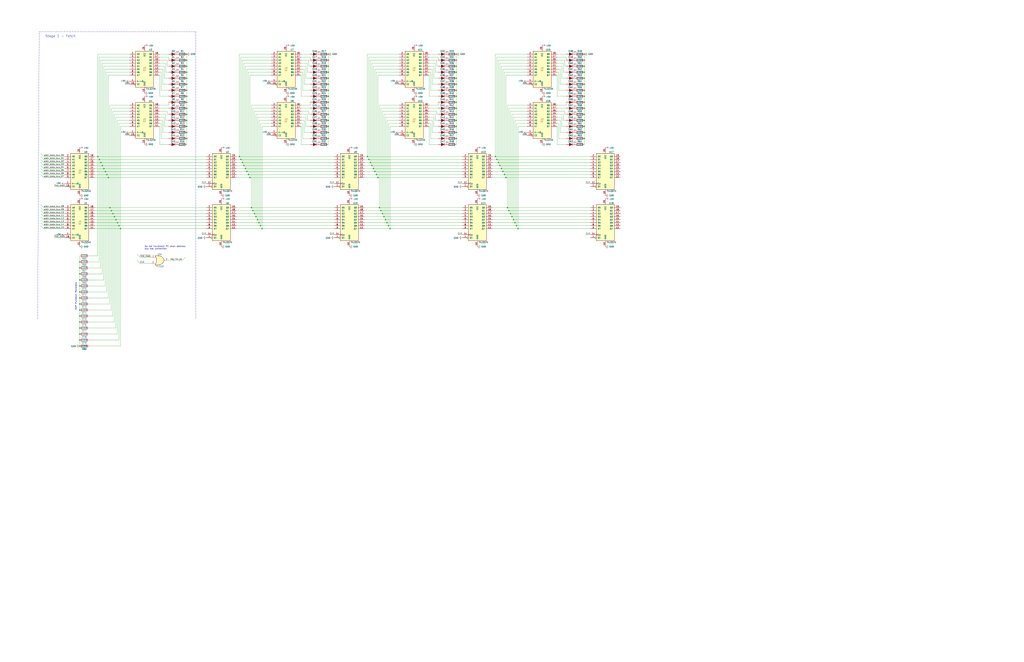
<source format=kicad_sch>
(kicad_sch (version 20211123) (generator eeschema)
  (paper "D")
  (title_block (title "Pipeline Module") (date "2020-04-29") (rev "1.0"))
  (lib_symbols
    (symbol "74xx:74LS32" (pin_names (offset 1.016))
      (property "Reference" "U" (at 0 1.27 0))
      (property "Value" "74LS32" (at 0 -1.27 0))
      (symbol "74LS32_1_1"
        (pin input line (at -7.62 2.54 0) (length 4.318) (name "~") (number "1"))
        (pin input line (at -7.62 -2.54 0) (length 4.318) (name "~") (number "2"))
        (pin output line (at 7.62 0 180) (length 3.81) (name "~") (number "3"))
      )
      (symbol "74LS32_1_2"
        (pin input inverted (at -7.62 2.54 0) (length 3.81) (name "~") (number "1"))
        (pin input inverted (at -7.62 -2.54 0) (length 3.81) (name "~") (number "2"))
        (pin output inverted (at 7.62 0 180) (length 3.81) (name "~") (number "3"))
      )
      (symbol "74LS32_2_1"
        (pin input line (at -7.62 2.54 0) (length 4.318) (name "~") (number "4"))
        (pin input line (at -7.62 -2.54 0) (length 4.318) (name "~") (number "5"))
        (pin output line (at 7.62 0 180) (length 3.81) (name "~") (number "6"))
      )
      (symbol "74LS32_2_2"
        (pin input inverted (at -7.62 2.54 0) (length 3.81) (name "~") (number "4"))
        (pin input inverted (at -7.62 -2.54 0) (length 3.81) (name "~") (number "5"))
        (pin output inverted (at 7.62 0 180) (length 3.81) (name "~") (number "6"))
      )
      (symbol "74LS32_3_1"
        (pin input line (at -7.62 -2.54 0) (length 4.318) (name "~") (number "10"))
        (pin output line (at 7.62 0 180) (length 3.81) (name "~") (number "8"))
        (pin input line (at -7.62 2.54 0) (length 4.318) (name "~") (number "9"))
      )
      (symbol "74LS32_3_2"
        (pin input inverted (at -7.62 -2.54 0) (length 3.81) (name "~") (number "10"))
        (pin output inverted (at 7.62 0 180) (length 3.81) (name "~") (number "8"))
        (pin input inverted (at -7.62 2.54 0) (length 3.81) (name "~") (number "9"))
      )
      (symbol "74LS32_4_1"
        (pin output line (at 7.62 0 180) (length 3.81) (name "~") (number "11"))
        (pin input line (at -7.62 2.54 0) (length 4.318) (name "~") (number "12"))
        (pin input line (at -7.62 -2.54 0) (length 4.318) (name "~") (number "13"))
      )
      (symbol "74LS32_4_2"
        (pin output inverted (at 7.62 0 180) (length 3.81) (name "~") (number "11"))
        (pin input inverted (at -7.62 2.54 0) (length 3.81) (name "~") (number "12"))
        (pin input inverted (at -7.62 -2.54 0) (length 3.81) (name "~") (number "13"))
      )
      (symbol "74LS32_5_0"
        (pin power_in line (at 0 12.7 270) (length 5.08) (name "VCC") (number "14"))
        (pin power_in line (at 0 -12.7 90) (length 5.08) (name "GND") (number "7"))
      )
    )
    (symbol "74xx:74LS574" (pin_names (offset 1.016))
      (property "Reference" "U" (at -7.62 16.51 0))
      (property "Value" "74LS574" (at -7.62 -16.51 0))
      (symbol "74LS574_1_0"
        (pin input inverted (at -12.7 -12.7 0) (length 5.08) (name "OE") (number "1"))
        (pin power_in line (at 0 -20.32 90) (length 5.08) (name "GND") (number "10"))
        (pin input clock (at -12.7 -10.16 0) (length 5.08) (name "Cp") (number "11"))
        (pin tri_state line (at 12.7 -5.08 180) (length 5.08) (name "Q7") (number "12"))
        (pin tri_state line (at 12.7 -2.54 180) (length 5.08) (name "Q6") (number "13"))
        (pin tri_state line (at 12.7 0 180) (length 5.08) (name "Q5") (number "14"))
        (pin tri_state line (at 12.7 2.54 180) (length 5.08) (name "Q4") (number "15"))
        (pin tri_state line (at 12.7 5.08 180) (length 5.08) (name "Q3") (number "16"))
        (pin tri_state line (at 12.7 7.62 180) (length 5.08) (name "Q2") (number "17"))
        (pin tri_state line (at 12.7 10.16 180) (length 5.08) (name "Q1") (number "18"))
        (pin tri_state line (at 12.7 12.7 180) (length 5.08) (name "Q0") (number "19"))
        (pin input line (at -12.7 12.7 0) (length 5.08) (name "D0") (number "2"))
        (pin power_in line (at 0 20.32 270) (length 5.08) (name "VCC") (number "20"))
        (pin input line (at -12.7 10.16 0) (length 5.08) (name "D1") (number "3"))
        (pin input line (at -12.7 7.62 0) (length 5.08) (name "D2") (number "4"))
        (pin input line (at -12.7 5.08 0) (length 5.08) (name "D3") (number "5"))
        (pin input line (at -12.7 2.54 0) (length 5.08) (name "D4") (number "6"))
        (pin input line (at -12.7 0 0) (length 5.08) (name "D5") (number "7"))
        (pin input line (at -12.7 -2.54 0) (length 5.08) (name "D6") (number "8"))
        (pin input line (at -12.7 -5.08 0) (length 5.08) (name "D7") (number "9"))
      )
    )
    (symbol "Device:LED_ALT" (pin_numbers hide) (pin_names (offset 1.016) hide)
      (property "Reference" "D" (at 0 2.54 0))
      (property "Value" "Device_LED_ALT" (at 0 -2.54 0))
      (symbol "LED_ALT_1_1"
        (pin passive line (at -3.81 0 0) (length 2.54) (name "K") (number "1"))
        (pin passive line (at 3.81 0 180) (length 2.54) (name "A") (number "2"))
      )
    )
    (symbol "Device:R" (pin_numbers hide) (pin_names (offset 0))
      (property "Reference" "R" (at 2.032 0 90))
      (property "Value" "R" (at 0 0 90))
      (symbol "R_1_1"
        (pin passive line (at 0 3.81 270) (length 1.27) (name "~") (number "1"))
        (pin passive line (at 0 -3.81 90) (length 1.27) (name "~") (number "2"))
      )
    )
    (symbol "PipelineModule-rescue:74LS245_BiDirection-74ls245_bidirection" (pin_names (offset 1.016))
      (property "Reference" "U" (at -7.62 16.51 0))
      (property "Value" "74LS245_BiDirection-74ls245_bidirection" (at -7.62 -16.51 0))
      (symbol "74LS245_BiDirection-74ls245_bidirection_1_0"
        (pin input line (at -12.7 -10.16 0) (length 5.08) (name "A->B") (number "1"))
        (pin power_in line (at 0 -20.32 90) (length 5.08) (name "GND") (number "10"))
        (pin bidirectional line (at 12.7 -5.08 180) (length 5.08) (name "B7") (number "11"))
        (pin bidirectional line (at 12.7 -2.54 180) (length 5.08) (name "B6") (number "12"))
        (pin bidirectional line (at 12.7 0 180) (length 5.08) (name "B5") (number "13"))
        (pin bidirectional line (at 12.7 2.54 180) (length 5.08) (name "B4") (number "14"))
        (pin bidirectional line (at 12.7 5.08 180) (length 5.08) (name "B3") (number "15"))
        (pin bidirectional line (at 12.7 7.62 180) (length 5.08) (name "B2") (number "16"))
        (pin bidirectional line (at 12.7 10.16 180) (length 5.08) (name "B1") (number "17"))
        (pin bidirectional line (at 12.7 12.7 180) (length 5.08) (name "B0") (number "18"))
        (pin input inverted (at -12.7 -12.7 0) (length 5.08) (name "CE") (number "19"))
        (pin bidirectional line (at -12.7 12.7 0) (length 5.08) (name "A0") (number "2"))
        (pin power_in line (at 0 20.32 270) (length 5.08) (name "VCC") (number "20"))
        (pin bidirectional line (at -12.7 10.16 0) (length 5.08) (name "A1") (number "3"))
        (pin bidirectional line (at -12.7 7.62 0) (length 5.08) (name "A2") (number "4"))
        (pin bidirectional line (at -12.7 5.08 0) (length 5.08) (name "A3") (number "5"))
        (pin bidirectional line (at -12.7 2.54 0) (length 5.08) (name "A4") (number "6"))
        (pin bidirectional line (at -12.7 0 0) (length 5.08) (name "A5") (number "7"))
        (pin bidirectional line (at -12.7 -2.54 0) (length 5.08) (name "A6") (number "8"))
        (pin bidirectional line (at -12.7 -5.08 0) (length 5.08) (name "A7") (number "9"))
      )
    )
    (symbol "power:+5V" (power) (pin_names (offset 0))
      (property "Value" "+5V" (at 0 3.556 0))
      (symbol "+5V_1_1"
        (pin power_in line (at 0 0 90) (length 0) hide (name "+5V") (number "1"))
      )
    )
    (symbol "power:GND" (power) (pin_names (offset 0))
      (property "Value" "GND" (at 0 -3.81 0))
      (symbol "GND_1_1"
        (pin power_in line (at 0 0 270) (length 0) hide (name "GND") (number "1"))
      )
    )
  )
  (junction (at 157.48 50.8))
  (junction (at 384.81 106.68))
  (junction (at 492.76 76.2))
  (junction (at 312.42 137.16))
  (junction (at 384.81 50.8))
  (junction (at 97.79 185.42))
  (junction (at 422.91 142.24))
  (junction (at 157.48 111.76))
  (junction (at 214.63 180.34))
  (junction (at 218.44 187.96))
  (junction (at 492.76 91.44))
  (junction (at 323.85 182.88))
  (junction (at 384.81 116.84))
  (junction (at 88.9 144.78))
  (junction (at 492.76 55.88))
  (junction (at 95.25 180.34))
  (junction (at 157.48 71.12))
  (junction (at 157.48 101.6))
  (junction (at 384.81 91.44))
  (junction (at 322.58 180.34))
  (junction (at 276.86 66.04))
  (junction (at 67.31 281.94))
  (junction (at 417.83 132.08))
  (junction (at 433.07 185.42))
  (junction (at 219.71 190.5))
  (junction (at 276.86 71.12))
  (junction (at 492.76 116.84))
  (junction (at 157.48 86.36))
  (junction (at 205.74 139.7))
  (junction (at 217.17 185.42))
  (junction (at 157.48 55.88))
  (junction (at 492.76 86.36))
  (junction (at 86.36 139.7))
  (junction (at 314.96 142.24))
  (junction (at 492.76 60.96))
  (junction (at 276.86 96.52))
  (junction (at 67.31 261.62))
  (junction (at 419.1 134.62))
  (junction (at 210.82 149.86))
  (junction (at 209.55 147.32))
  (junction (at 384.81 101.6))
  (junction (at 157.48 116.84))
  (junction (at 201.93 132.08))
  (junction (at 99.06 187.96))
  (junction (at 157.48 45.72))
  (junction (at 276.86 81.28))
  (junction (at 276.86 86.36))
  (junction (at 101.6 193.04))
  (junction (at 212.09 175.26))
  (junction (at 67.31 220.98))
  (junction (at 276.86 45.72))
  (junction (at 426.72 149.86))
  (junction (at 100.33 190.5))
  (junction (at 492.76 71.12))
  (junction (at 492.76 106.68))
  (junction (at 157.48 76.2))
  (junction (at 67.31 292.1))
  (junction (at 434.34 187.96))
  (junction (at 276.86 55.88))
  (junction (at 276.86 116.84))
  (junction (at 276.86 60.96))
  (junction (at 492.76 81.28))
  (junction (at 67.31 287.02))
  (junction (at 492.76 111.76))
  (junction (at 67.31 226.06))
  (junction (at 384.81 96.52))
  (junction (at 276.86 111.76))
  (junction (at 204.47 137.16))
  (junction (at 321.31 177.8))
  (junction (at 157.48 91.44))
  (junction (at 384.81 45.72))
  (junction (at 157.48 66.04))
  (junction (at 326.39 187.96))
  (junction (at 213.36 177.8))
  (junction (at 384.81 111.76))
  (junction (at 82.55 132.08))
  (junction (at 492.76 66.04))
  (junction (at 276.86 101.6))
  (junction (at 157.48 81.28))
  (junction (at 384.81 86.36))
  (junction (at 276.86 50.8))
  (junction (at 430.53 180.34))
  (junction (at 429.26 177.8))
  (junction (at 384.81 60.96))
  (junction (at 67.31 246.38))
  (junction (at 67.31 256.54))
  (junction (at 220.98 193.04))
  (junction (at 327.66 190.5))
  (junction (at 309.88 132.08))
  (junction (at 436.88 193.04))
  (junction (at 384.81 71.12))
  (junction (at 384.81 66.04))
  (junction (at 157.48 106.68))
  (junction (at 91.44 149.86))
  (junction (at 67.31 251.46))
  (junction (at 317.5 147.32))
  (junction (at 384.81 81.28))
  (junction (at 492.76 50.8))
  (junction (at 384.81 55.88))
  (junction (at 92.71 175.26))
  (junction (at 67.31 236.22))
  (junction (at 87.63 142.24))
  (junction (at 276.86 91.44))
  (junction (at 157.48 60.96))
  (junction (at 427.99 175.26))
  (junction (at 90.17 147.32))
  (junction (at 208.28 144.78))
  (junction (at 85.09 137.16))
  (junction (at 276.86 76.2))
  (junction (at 96.52 182.88))
  (junction (at 316.23 144.78))
  (junction (at 420.37 137.16))
  (junction (at 492.76 96.52))
  (junction (at 320.04 175.26))
  (junction (at 421.64 139.7))
  (junction (at 435.61 190.5))
  (junction (at 83.82 134.62))
  (junction (at 207.01 142.24))
  (junction (at 67.31 271.78))
  (junction (at 215.9 182.88))
  (junction (at 67.31 231.14))
  (junction (at 492.76 101.6))
  (junction (at 313.69 139.7))
  (junction (at 384.81 76.2))
  (junction (at 431.8 182.88))
  (junction (at 425.45 147.32))
  (junction (at 93.98 177.8))
  (junction (at 325.12 185.42))
  (junction (at 311.15 134.62))
  (junction (at 67.31 266.7))
  (junction (at 328.93 193.04))
  (junction (at 318.77 149.86))
  (junction (at 67.31 276.86))
  (junction (at 276.86 106.68))
  (junction (at 203.2 134.62))
  (junction (at 67.31 241.3))
  (junction (at 424.18 144.78))
  (junction (at 492.76 45.72))
  (junction (at 157.48 96.52))
  (wire (pts (xy 95.25 180.34) (xy 173.99 180.34)))
  (wire (pts (xy 212.09 175.26) (xy 281.94 175.26)))
  (wire (pts (xy 261.62 55.88) (xy 260.35 55.88)))
  (wire (pts (xy 257.81 66.04) (xy 257.81 55.88)))
  (wire (pts (xy 255.27 104.14) (xy 254 104.14)))
  (wire (pts (xy 276.86 116.84) (xy 276.86 111.76)))
  (wire (pts (xy 321.31 177.8) (xy 321.31 91.44)))
  (wire (pts (xy 82.55 132.08) (xy 173.99 132.08)))
  (wire (pts (xy 424.18 58.42) (xy 444.5 58.42)))
  (wire (pts (xy 256.54 101.6) (xy 254 101.6)))
  (wire (pts (xy 87.63 55.88) (xy 87.63 142.24)))
  (wire (pts (xy -64.77 111.76) (xy -82.55 111.76)))
  (wire (pts (xy 207.01 142.24) (xy 199.39 142.24)))
  (wire (pts (xy 477.52 71.12) (xy 472.44 71.12)))
  (wire (pts (xy 317.5 60.96) (xy 317.5 147.32)))
  (wire (pts (xy 90.17 246.38) (xy 74.93 246.38)))
  (wire (pts (xy 36.83 137.16) (xy 34.29 134.62)))
  (wire (pts (xy 276.86 71.12) (xy 276.86 66.04)))
  (wire (pts (xy 497.84 149.86) (xy 426.72 149.86)))
  (wire (pts (xy 429.26 177.8) (xy 429.26 91.44)))
  (wire (pts (xy 100.33 190.5) (xy 80.01 190.5)))
  (wire (pts (xy 156.21 217.17) (xy 153.67 219.71)))
  (wire (pts (xy 424.18 144.78) (xy 424.18 58.42)))
  (wire (pts (xy -82.55 129.54) (xy -85.09 127)))
  (wire (pts (xy 307.34 193.04) (xy 328.93 193.04)))
  (wire (pts (xy 307.34 134.62) (xy 311.15 134.62)))
  (wire (pts (xy -64.77 106.68) (xy -82.55 106.68)))
  (wire (pts (xy 54.61 190.5) (xy 36.83 190.5)))
  (wire (pts (xy 140.97 50.8) (xy 134.62 50.8)))
  (wire (pts (xy 364.49 101.6) (xy 361.95 101.6)))
  (wire (pts (xy 142.24 106.68) (xy 138.43 106.68)))
  (wire (pts (xy 317.5 147.32) (xy 389.89 147.32)))
  (wire (pts (xy 492.76 111.76) (xy 492.76 106.68)))
  (wire (pts (xy 36.83 147.32) (xy 34.29 144.78)))
  (wire (pts (xy 336.55 93.98) (xy 322.58 93.98)))
  (wire (pts (xy 199.39 182.88) (xy 215.9 182.88)))
  (wire (pts (xy 138.43 55.88) (xy 134.62 55.88)))
  (wire (pts (xy 67.31 241.3) (xy 67.31 246.38)))
  (wire (pts (xy -64.77 127) (xy -82.55 127)))
  (wire (pts (xy 95.25 180.34) (xy 95.25 266.7)))
  (wire (pts (xy 97.79 185.42) (xy 97.79 276.86)))
  (wire (pts (xy 473.71 55.88) (xy 469.9 55.88)))
  (wire (pts (xy 313.69 53.34) (xy 336.55 53.34)))
  (wire (pts (xy 199.39 144.78) (xy 208.28 144.78)))
  (wire (pts (xy 316.23 144.78) (xy 316.23 58.42)))
  (wire (pts (xy 325.12 185.42) (xy 307.34 185.42)))
  (wire (pts (xy 307.34 187.96) (xy 326.39 187.96)))
  (wire (pts (xy 389.89 185.42) (xy 325.12 185.42)))
  (wire (pts (xy 257.81 106.68) (xy 257.81 99.06)))
  (wire (pts (xy 54.61 147.32) (xy 36.83 147.32)))
  (wire (pts (xy 139.7 60.96) (xy 139.7 53.34)))
  (wire (pts (xy 142.24 76.2) (xy 135.89 76.2)))
  (wire (pts (xy 259.08 60.96) (xy 259.08 53.34)))
  (wire (pts (xy 157.48 60.96) (xy 157.48 55.88)))
  (wire (pts (xy 201.93 45.72) (xy 201.93 132.08)))
  (wire (pts (xy 476.25 55.88) (xy 476.25 50.8)))
  (wire (pts (xy 228.6 71.12) (xy 224.79 71.12)))
  (wire (pts (xy 476.25 93.98) (xy 476.25 96.52)))
  (wire (pts (xy 321.31 91.44) (xy 336.55 91.44)))
  (wire (pts (xy 320.04 175.26) (xy 389.89 175.26)))
  (wire (pts (xy 203.2 134.62) (xy 281.94 134.62)))
  (wire (pts (xy 54.61 177.8) (xy 36.83 177.8)))
  (wire (pts (xy 492.76 101.6) (xy 492.76 96.52)))
  (wire (pts (xy 142.24 71.12) (xy 137.16 71.12)))
  (wire (pts (xy -64.77 114.3) (xy -82.55 114.3)))
  (wire (pts (xy 142.24 116.84) (xy 135.89 116.84)))
  (wire (pts (xy 228.6 55.88) (xy 207.01 55.88)))
  (wire (pts (xy 173.99 154.94) (xy 170.18 154.94)))
  (wire (pts (xy 83.82 134.62) (xy 83.82 220.98)))
  (wire (pts (xy 368.3 96.52) (xy 369.57 96.52)))
  (wire (pts (xy 281.94 198.12) (xy 278.13 198.12)))
  (wire (pts (xy 384.81 55.88) (xy 384.81 50.8)))
  (wire (pts (xy -64.77 124.46) (xy -82.55 124.46)))
  (wire (pts (xy 336.55 88.9) (xy 320.04 88.9)))
  (wire (pts (xy 369.57 48.26) (xy 361.95 48.26)))
  (wire (pts (xy 427.99 88.9) (xy 427.99 175.26)))
  (wire (pts (xy 74.93 231.14) (xy 86.36 231.14)))
  (wire (pts (xy 82.55 132.08) (xy 80.01 132.08)))
  (wire (pts (xy 220.98 106.68) (xy 228.6 106.68)))
  (wire (pts (xy 261.62 60.96) (xy 259.08 60.96)))
  (wire (pts (xy 210.82 149.86) (xy 210.82 63.5)))
  (wire (pts (xy 420.37 50.8) (xy 420.37 137.16)))
  (wire (pts (xy 316.23 144.78) (xy 389.89 144.78)))
  (wire (pts (xy 90.17 147.32) (xy 80.01 147.32)))
  (wire (pts (xy 369.57 76.2) (xy 363.22 76.2)))
  (wire (pts (xy 91.44 251.46) (xy 91.44 149.86)))
  (wire (pts (xy 135.89 60.96) (xy 134.62 60.96)))
  (wire (pts (xy 134.62 45.72) (xy 142.24 45.72)))
  (wire (pts (xy 276.86 106.68) (xy 276.86 101.6)))
  (wire (pts (xy 420.37 137.16) (xy 497.84 137.16)))
  (wire (pts (xy 139.7 96.52) (xy 134.62 96.52)))
  (wire (pts (xy 425.45 147.32) (xy 415.29 147.32)))
  (wire (pts (xy 368.3 50.8) (xy 361.95 50.8)))
  (wire (pts (xy 36.83 149.86) (xy 34.29 147.32)))
  (wire (pts (xy 369.57 116.84) (xy 363.22 116.84)))
  (wire (pts (xy 199.39 139.7) (xy 205.74 139.7)))
  (wire (pts (xy 109.22 114.3) (xy 105.41 114.3)))
  (wire (pts (xy 90.17 147.32) (xy 173.99 147.32)))
  (wire (pts (xy 433.07 185.42) (xy 415.29 185.42)))
  (wire (pts (xy 214.63 180.34) (xy 281.94 180.34)))
  (wire (pts (xy 327.66 104.14) (xy 327.66 190.5)))
  (wire (pts (xy 259.08 101.6) (xy 259.08 96.52)))
  (wire (pts (xy 204.47 137.16) (xy 281.94 137.16)))
  (wire (pts (xy 142.24 81.28) (xy 134.62 81.28)))
  (wire (pts (xy -82.55 161.29) (xy -85.09 158.75)))
  (wire (pts (xy 87.63 236.22) (xy 74.93 236.22)))
  (wire (pts (xy 323.85 182.88) (xy 323.85 96.52)))
  (wire (pts (xy 109.22 93.98) (xy 95.25 93.98)))
  (wire (pts (xy 336.55 55.88) (xy 314.96 55.88)))
  (wire (pts (xy 492.76 121.92) (xy 492.76 116.84)))
  (wire (pts (xy 101.6 292.1) (xy 74.93 292.1)))
  (wire (pts (xy 74.93 241.3) (xy 88.9 241.3)))
  (wire (pts (xy 311.15 48.26) (xy 336.55 48.26)))
  (wire (pts (xy 85.09 137.16) (xy 80.01 137.16)))
  (wire (pts (xy 276.86 101.6) (xy 276.86 96.52)))
  (wire (pts (xy 36.83 175.26) (xy 34.29 172.72)))
  (wire (pts (xy 142.24 48.26) (xy 134.62 48.26)))
  (wire (pts (xy 369.57 81.28) (xy 361.95 81.28)))
  (wire (pts (xy 134.62 121.92) (xy 134.62 106.68)))
  (wire (pts (xy -82.55 139.7) (xy -85.09 137.16)))
  (wire (pts (xy 218.44 187.96) (xy 218.44 101.6)))
  (wire (pts (xy 276.86 86.36) (xy 276.86 81.28)))
  (wire (pts (xy 67.31 226.06) (xy 67.31 231.14)))
  (wire (pts (xy 471.17 116.84) (xy 471.17 104.14)))
  (wire (pts (xy 369.57 60.96) (xy 367.03 60.96)))
  (wire (pts (xy 281.94 149.86) (xy 210.82 149.86)))
  (wire (pts (xy 96.52 271.78) (xy 74.93 271.78)))
  (wire (pts (xy 368.3 93.98) (xy 361.95 93.98)))
  (wire (pts (xy 367.03 101.6) (xy 367.03 96.52)))
  (wire (pts (xy 313.69 139.7) (xy 389.89 139.7)))
  (wire (pts (xy -82.55 121.92) (xy -85.09 119.38)))
  (wire (pts (xy 364.49 111.76) (xy 364.49 101.6)))
  (wire (pts (xy 477.52 55.88) (xy 476.25 55.88)))
  (wire (pts (xy -64.77 139.7) (xy -82.55 139.7)))
  (wire (pts (xy 363.22 116.84) (xy 363.22 104.14)))
  (wire (pts (xy 261.62 71.12) (xy 256.54 71.12)))
  (wire (pts (xy 259.08 53.34) (xy 254 53.34)))
  (wire (pts (xy 435.61 104.14) (xy 435.61 190.5)))
  (wire (pts (xy 429.26 177.8) (xy 497.84 177.8)))
  (wire (pts (xy 365.76 55.88) (xy 361.95 55.88)))
  (wire (pts (xy -82.55 124.46) (xy -85.09 121.92)))
  (wire (pts (xy 316.23 58.42) (xy 336.55 58.42)))
  (wire (pts (xy 369.57 71.12) (xy 364.49 71.12)))
  (wire (pts (xy 472.44 101.6) (xy 469.9 101.6)))
  (wire (pts (xy 199.39 187.96) (xy 218.44 187.96)))
  (wire (pts (xy 436.88 193.04) (xy 497.84 193.04)))
  (wire (pts (xy 276.86 96.52) (xy 276.86 91.44)))
  (wire (pts (xy 492.76 106.68) (xy 492.76 101.6)))
  (wire (pts (xy 444.5 45.72) (xy 417.83 45.72)))
  (wire (pts (xy 256.54 111.76) (xy 256.54 101.6)))
  (wire (pts (xy 389.89 154.94) (xy 386.08 154.94)))
  (wire (pts (xy 492.76 76.2) (xy 492.76 71.12)))
  (wire (pts (xy 214.63 93.98) (xy 214.63 180.34)))
  (wire (pts (xy 100.33 190.5) (xy 100.33 287.02)))
  (wire (pts (xy 54.61 132.08) (xy 36.83 132.08)))
  (wire (pts (xy 444.5 93.98) (xy 430.53 93.98)))
  (wire (pts (xy 325.12 99.06) (xy 325.12 185.42)))
  (wire (pts (xy 208.28 58.42) (xy 228.6 58.42)))
  (wire (pts (xy 135.89 116.84) (xy 135.89 104.14)))
  (wire (pts (xy 336.55 114.3) (xy 332.74 114.3)))
  (wire (pts (xy -82.55 106.68) (xy -85.09 104.14)))
  (wire (pts (xy 157.48 81.28) (xy 157.48 76.2)))
  (wire (pts (xy 205.74 139.7) (xy 205.74 53.34)))
  (wire (pts (xy 91.44 63.5) (xy 109.22 63.5)))
  (wire (pts (xy -64.77 109.22) (xy -82.55 109.22)))
  (wire (pts (xy -64.77 119.38) (xy -82.55 119.38)))
  (wire (pts (xy 307.34 139.7) (xy 313.69 139.7)))
  (wire (pts (xy 54.61 144.78) (xy 36.83 144.78)))
  (wire (pts (xy 261.62 121.92) (xy 254 121.92)))
  (wire (pts (xy 109.22 55.88) (xy 87.63 55.88)))
  (wire (pts (xy 419.1 134.62) (xy 419.1 48.26)))
  (wire (pts (xy 173.99 185.42) (xy 97.79 185.42)))
  (wire (pts (xy 318.77 63.5) (xy 336.55 63.5)))
  (wire (pts (xy 67.31 220.98) (xy 67.31 226.06)))
  (wire (pts (xy 82.55 132.08) (xy 82.55 215.9)))
  (wire (pts (xy -82.55 109.22) (xy -85.09 106.68)))
  (wire (pts (xy 276.86 55.88) (xy 276.86 50.8)))
  (wire (pts (xy 135.89 104.14) (xy 134.62 104.14)))
  (wire (pts (xy 261.62 88.9) (xy 261.62 86.36)))
  (wire (pts (xy 157.48 91.44) (xy 157.48 86.36)))
  (wire (pts (xy 260.35 50.8) (xy 254 50.8)))
  (wire (pts (xy 444.5 104.14) (xy 435.61 104.14)))
  (wire (pts (xy 142.24 111.76) (xy 137.16 111.76)))
  (wire (pts (xy 85.09 50.8) (xy 85.09 137.16)))
  (wire (pts (xy 101.6 193.04) (xy 101.6 292.1)))
  (wire (pts (xy 142.24 121.92) (xy 134.62 121.92)))
  (wire (pts (xy 109.22 104.14) (xy 100.33 104.14)))
  (wire (pts (xy 80.01 144.78) (xy 88.9 144.78)))
  (wire (pts (xy 67.31 236.22) (xy 67.31 241.3)))
  (wire (pts (xy -64.77 104.14) (xy -82.55 104.14)))
  (wire (pts (xy 67.31 261.62) (xy 67.31 266.7)))
  (wire (pts (xy 109.22 88.9) (xy 92.71 88.9)))
  (wire (pts (xy -71.12 161.29) (xy -82.55 161.29)))
  (wire (pts (xy 476.25 93.98) (xy 469.9 93.98)))
  (wire (pts (xy 142.24 60.96) (xy 139.7 60.96)))
  (wire (pts (xy 469.9 45.72) (xy 477.52 45.72)))
  (wire (pts (xy 157.48 101.6) (xy 157.48 96.52)))
  (wire (pts (xy 474.98 53.34) (xy 469.9 53.34)))
  (wire (pts (xy 67.31 266.7) (xy 67.31 271.78)))
  (wire (pts (xy 436.88 193.04) (xy 436.88 106.68)))
  (wire (pts (xy 444.5 99.06) (xy 433.07 99.06)))
  (wire (pts (xy 80.01 193.04) (xy 101.6 193.04)))
  (wire (pts (xy 54.61 157.48) (xy 45.72 157.48)))
  (wire (pts (xy 276.86 121.92) (xy 276.86 116.84)))
  (wire (pts (xy 208.28 144.78) (xy 281.94 144.78)))
  (wire (pts (xy -82.55 104.14) (xy -85.09 101.6)))
  (wire (pts (xy 369.57 66.04) (xy 365.76 66.04)))
  (wire (pts (xy 417.83 45.72) (xy 417.83 132.08)))
  (wire (pts (xy 314.96 142.24) (xy 307.34 142.24)))
  (wire (pts (xy 365.76 66.04) (xy 365.76 55.88)))
  (wire (pts (xy 326.39 101.6) (xy 336.55 101.6)))
  (wire (pts (xy 322.58 93.98) (xy 322.58 180.34)))
  (wire (pts (xy 415.29 193.04) (xy 436.88 193.04)))
  (wire (pts (xy -82.55 134.62) (xy -85.09 132.08)))
  (wire (pts (xy 261.62 76.2) (xy 255.27 76.2)))
  (wire (pts (xy 36.83 139.7) (xy 34.29 137.16)))
  (wire (pts (xy 83.82 134.62) (xy 173.99 134.62)))
  (wire (pts (xy 389.89 190.5) (xy 327.66 190.5)))
  (wire (pts (xy 36.83 132.08) (xy 34.29 129.54)))
  (wire (pts (xy 471.17 76.2) (xy 471.17 60.96)))
  (wire (pts (xy 137.16 111.76) (xy 137.16 101.6)))
  (wire (pts (xy 218.44 187.96) (xy 281.94 187.96)))
  (wire (pts (xy 215.9 182.88) (xy 281.94 182.88)))
  (wire (pts (xy 415.29 144.78) (xy 424.18 144.78)))
  (wire (pts (xy 54.61 142.24) (xy 36.83 142.24)))
  (wire (pts (xy -82.55 142.24) (xy -85.09 139.7)))
  (wire (pts (xy 255.27 60.96) (xy 254 60.96)))
  (wire (pts (xy 153.67 219.71) (xy 142.24 219.71)))
  (wire (pts (xy 369.57 121.92) (xy 361.95 121.92)))
  (wire (pts (xy 434.34 187.96) (xy 434.34 101.6)))
  (wire (pts (xy 427.99 175.26) (xy 497.84 175.26)))
  (wire (pts (xy 415.29 187.96) (xy 434.34 187.96)))
  (wire (pts (xy 134.62 81.28) (xy 134.62 63.5)))
  (wire (pts (xy 199.39 134.62) (xy 203.2 134.62)))
  (wire (pts (xy 384.81 50.8) (xy 384.81 45.72)))
  (wire (pts (xy 54.61 175.26) (xy 36.83 175.26)))
  (wire (pts (xy 367.03 96.52) (xy 361.95 96.52)))
  (wire (pts (xy 361.95 91.44) (xy 369.57 91.44)))
  (wire (pts (xy 492.76 55.88) (xy 492.76 50.8)))
  (wire (pts (xy -64.77 129.54) (xy -82.55 129.54)))
  (wire (pts (xy 92.71 88.9) (xy 92.71 175.26)))
  (wire (pts (xy 469.9 121.92) (xy 469.9 106.68)))
  (wire (pts (xy 254 45.72) (xy 261.62 45.72)))
  (wire (pts (xy 67.31 231.14) (xy 67.31 236.22)))
  (wire (pts (xy 368.3 55.88) (xy 368.3 50.8)))
  (wire (pts (xy 96.52 182.88) (xy 96.52 271.78)))
  (wire (pts (xy 80.01 134.62) (xy 83.82 134.62)))
  (wire (pts (xy 173.99 190.5) (xy 100.33 190.5)))
  (wire (pts (xy 257.81 55.88) (xy 254 55.88)))
  (wire (pts (xy 157.48 111.76) (xy 157.48 106.68)))
  (wire (pts (xy 384.81 96.52) (xy 384.81 91.44)))
  (wire (pts (xy 213.36 177.8) (xy 213.36 91.44)))
  (wire (pts (xy 261.62 106.68) (xy 257.81 106.68)))
  (wire (pts (xy 492.76 96.52) (xy 492.76 91.44)))
  (wire (pts (xy 492.76 81.28) (xy 492.76 76.2)))
  (wire (pts (xy 336.55 60.96) (xy 317.5 60.96)))
  (wire (pts (xy 492.76 116.84) (xy 492.76 111.76)))
  (wire (pts (xy 320.04 175.26) (xy 307.34 175.26)))
  (wire (pts (xy 421.64 139.7) (xy 497.84 139.7)))
  (wire (pts (xy 477.52 60.96) (xy 474.98 60.96)))
  (wire (pts (xy 444.5 71.12) (xy 440.69 71.12)))
  (wire (pts (xy 364.49 58.42) (xy 361.95 58.42)))
  (wire (pts (xy 431.8 96.52) (xy 444.5 96.52)))
  (wire (pts (xy 471.17 104.14) (xy 469.9 104.14)))
  (wire (pts (xy 309.88 45.72) (xy 309.88 132.08)))
  (wire (pts (xy 67.31 256.54) (xy 67.31 261.62)))
  (wire (pts (xy 54.61 185.42) (xy 36.83 185.42)))
  (wire (pts (xy 361.95 121.92) (xy 361.95 106.68)))
  (wire (pts (xy 92.71 175.26) (xy 92.71 256.54)))
  (wire (pts (xy 157.48 116.84) (xy 157.48 111.76)))
  (wire (pts (xy 389.89 198.12) (xy 386.08 198.12)))
  (wire (pts (xy 318.77 149.86) (xy 318.77 63.5)))
  (wire (pts (xy 213.36 177.8) (xy 281.94 177.8)))
  (wire (pts (xy 257.81 99.06) (xy 254 99.06)))
  (wire (pts (xy 209.55 147.32) (xy 199.39 147.32)))
  (wire (pts (xy 142.24 101.6) (xy 139.7 101.6)))
  (wire (pts (xy -64.77 116.84) (xy -82.55 116.84)))
  (polyline (pts (xy 33.02 26.67) (xy 165.1 26.67)))
  (wire (pts (xy 317.5 147.32) (xy 307.34 147.32)))
  (wire (pts (xy 312.42 50.8) (xy 312.42 137.16)))
  (wire (pts (xy 210.82 63.5) (xy 228.6 63.5)))
  (wire (pts (xy 365.76 106.68) (xy 365.76 99.06)))
  (wire (pts (xy 477.52 121.92) (xy 469.9 121.92)))
  (wire (pts (xy 157.48 96.52) (xy 157.48 91.44)))
  (wire (pts (xy 82.55 215.9) (xy 74.93 215.9)))
  (wire (pts (xy 434.34 187.96) (xy 497.84 187.96)))
  (wire (pts (xy 36.83 193.04) (xy 34.29 190.5)))
  (wire (pts (xy 109.22 50.8) (xy 85.09 50.8)))
  (wire (pts (xy -64.77 134.62) (xy -82.55 134.62)))
  (wire (pts (xy 497.84 198.12) (xy 494.03 198.12)))
  (wire (pts (xy 99.06 187.96) (xy 173.99 187.96)))
  (wire (pts (xy 472.44 111.76) (xy 472.44 101.6)))
  (wire (pts (xy 369.57 88.9) (xy 361.95 88.9)))
  (wire (pts (xy 140.97 93.98) (xy 140.97 96.52)))
  (wire (pts (xy 85.09 137.16) (xy 85.09 226.06)))
  (wire (pts (xy 67.31 271.78) (xy 67.31 276.86)))
  (wire (pts (xy 127 217.17) (xy 118.11 217.17)))
  (wire (pts (xy 477.52 101.6) (xy 474.98 101.6)))
  (wire (pts (xy 140.97 96.52) (xy 142.24 96.52)))
  (wire (pts (xy 99.06 187.96) (xy 99.06 101.6)))
  (wire (pts (xy 327.66 190.5) (xy 307.34 190.5)))
  (wire (pts (xy 444.5 60.96) (xy 425.45 60.96)))
  (wire (pts (xy 228.6 88.9) (xy 212.09 88.9)))
  (wire (pts (xy 91.44 149.86) (xy 91.44 63.5)))
  (wire (pts (xy 311.15 134.62) (xy 311.15 48.26)))
  (wire (pts (xy 363.22 76.2) (xy 363.22 60.96)))
  (wire (pts (xy 127 222.25) (xy 118.11 222.25)))
  (wire (pts (xy 36.83 144.78) (xy 34.29 142.24)))
  (wire (pts (xy 93.98 91.44) (xy 109.22 91.44)))
  (wire (pts (xy 92.71 175.26) (xy 80.01 175.26)))
  (wire (pts (xy 320.04 88.9) (xy 320.04 175.26)))
  (wire (pts (xy 384.81 101.6) (xy 384.81 96.52)))
  (wire (pts (xy 369.57 55.88) (xy 368.3 55.88)))
  (wire (pts (xy 54.61 137.16) (xy 36.83 137.16)))
  (wire (pts (xy 309.88 132.08) (xy 389.89 132.08)))
  (wire (pts (xy 199.39 193.04) (xy 220.98 193.04)))
  (wire (pts (xy 85.09 226.06) (xy 74.93 226.06)))
  (wire (pts (xy 54.61 193.04) (xy 36.83 193.04)))
  (wire (pts (xy 365.76 99.06) (xy 361.95 99.06)))
  (wire (pts (xy 492.76 71.12) (xy 492.76 66.04)))
  (wire (pts (xy 477.52 106.68) (xy 473.71 106.68)))
  (wire (pts (xy 469.9 81.28) (xy 469.9 63.5)))
  (wire (pts (xy 369.57 50.8) (xy 369.57 48.26)))
  (wire (pts (xy 228.6 114.3) (xy 224.79 114.3)))
  (wire (pts (xy 87.63 142.24) (xy 173.99 142.24)))
  (wire (pts (xy 363.22 104.14) (xy 361.95 104.14)))
  (wire (pts (xy 212.09 88.9) (xy 212.09 175.26)))
  (wire (pts (xy 307.34 149.86) (xy 318.77 149.86)))
  (wire (pts (xy 476.25 50.8) (xy 469.9 50.8)))
  (wire (pts (xy 323.85 96.52) (xy 336.55 96.52)))
  (wire (pts (xy 260.35 55.88) (xy 260.35 50.8)))
  (wire (pts (xy 261.62 111.76) (xy 256.54 111.76)))
  (wire (pts (xy 100.33 104.14) (xy 100.33 190.5)))
  (wire (pts (xy 93.98 177.8) (xy 93.98 91.44)))
  (wire (pts (xy 368.3 93.98) (xy 368.3 96.52)))
  (wire (pts (xy 261.62 48.26) (xy 254 48.26)))
  (wire (pts (xy 80.01 177.8) (xy 93.98 177.8)))
  (wire (pts (xy 209.55 147.32) (xy 281.94 147.32)))
  (wire (pts (xy 99.06 187.96) (xy 99.06 281.94)))
  (wire (pts (xy 67.31 276.86) (xy 67.31 281.94)))
  (wire (pts (xy 477.52 48.26) (xy 469.9 48.26)))
  (wire (pts (xy 67.31 281.94) (xy 67.31 287.02)))
  (wire (pts (xy 212.09 175.26) (xy 199.39 175.26)))
  (wire (pts (xy 83.82 48.26) (xy 109.22 48.26)))
  (wire (pts (xy 336.55 45.72) (xy 309.88 45.72)))
  (wire (pts (xy 328.93 193.04) (xy 389.89 193.04)))
  (wire (pts (xy 431.8 182.88) (xy 497.84 182.88)))
  (wire (pts (xy 157.48 106.68) (xy 157.48 101.6)))
  (wire (pts (xy 417.83 132.08) (xy 497.84 132.08)))
  (wire (pts (xy 492.76 66.04) (xy 492.76 60.96)))
  (wire (pts (xy 312.42 137.16) (xy 389.89 137.16)))
  (wire (pts (xy 369.57 111.76) (xy 364.49 111.76)))
  (wire (pts (xy 95.25 180.34) (xy 80.01 180.34)))
  (wire (pts (xy 203.2 134.62) (xy 203.2 48.26)))
  (wire (pts (xy 367.03 53.34) (xy 361.95 53.34)))
  (wire (pts (xy 205.74 139.7) (xy 281.94 139.7)))
  (wire (pts (xy 322.58 180.34) (xy 307.34 180.34)))
  (wire (pts (xy 314.96 55.88) (xy 314.96 142.24)))
  (wire (pts (xy 384.81 111.76) (xy 384.81 106.68)))
  (wire (pts (xy 199.39 149.86) (xy 210.82 149.86)))
  (wire (pts (xy 36.83 142.24) (xy 34.29 139.7)))
  (wire (pts (xy 201.93 132.08) (xy 281.94 132.08)))
  (wire (pts (xy -82.55 163.83) (xy -71.12 163.83)))
  (wire (pts (xy 260.35 96.52) (xy 261.62 96.52)))
  (wire (pts (xy 93.98 177.8) (xy 173.99 177.8)))
  (wire (pts (xy -82.55 111.76) (xy -85.09 109.22)))
  (wire (pts (xy 261.62 101.6) (xy 259.08 101.6)))
  (wire (pts (xy 417.83 132.08) (xy 415.29 132.08)))
  (wire (pts (xy 207.01 142.24) (xy 281.94 142.24)))
  (wire (pts (xy 477.52 50.8) (xy 477.52 48.26)))
  (wire (pts (xy 92.71 175.26) (xy 173.99 175.26)))
  (wire (pts (xy 415.29 139.7) (xy 421.64 139.7)))
  (wire (pts (xy 137.16 58.42) (xy 134.62 58.42)))
  (wire (pts (xy 427.99 175.26) (xy 415.29 175.26)))
  (wire (pts (xy 142.24 88.9) (xy 134.62 88.9)))
  (wire (pts (xy 92.71 256.54) (xy 74.93 256.54)))
  (wire (pts (xy 109.22 45.72) (xy 82.55 45.72)))
  (wire (pts (xy 138.43 99.06) (xy 134.62 99.06)))
  (wire (pts (xy 85.09 137.16) (xy 173.99 137.16)))
  (wire (pts (xy 93.98 261.62) (xy 74.93 261.62)))
  (wire (pts (xy -85.09 161.29) (xy -82.55 163.83)))
  (wire (pts (xy 430.53 93.98) (xy 430.53 180.34)))
  (wire (pts (xy 260.35 93.98) (xy 254 93.98)))
  (wire (pts (xy 430.53 180.34) (xy 497.84 180.34)))
  (wire (pts (xy 477.52 111.76) (xy 472.44 111.76)))
  (wire (pts (xy -64.77 142.24) (xy -82.55 142.24)))
  (wire (pts (xy 420.37 137.16) (xy 415.29 137.16)))
  (wire (pts (xy 157.48 121.92) (xy 157.48 116.84)))
  (wire (pts (xy 361.95 45.72) (xy 369.57 45.72)))
  (wire (pts (xy 369.57 88.9) (xy 369.57 86.36)))
  (wire (pts (xy 336.55 71.12) (xy 332.74 71.12)))
  (wire (pts (xy 309.88 132.08) (xy 307.34 132.08)))
  (wire (pts (xy 90.17 147.32) (xy 90.17 246.38)))
  (wire (pts (xy -82.55 119.38) (xy -85.09 116.84)))
  (wire (pts (xy 361.95 81.28) (xy 361.95 63.5)))
  (polyline (pts (xy 165.1 26.67) (xy 165.1 269.24)))
  (wire (pts (xy -82.55 132.08) (xy -85.09 129.54)))
  (wire (pts (xy 214.63 180.34) (xy 199.39 180.34)))
  (wire (pts (xy 321.31 177.8) (xy 389.89 177.8)))
  (wire (pts (xy 422.91 142.24) (xy 415.29 142.24)))
  (wire (pts (xy 311.15 134.62) (xy 389.89 134.62)))
  (wire (pts (xy 139.7 53.34) (xy 134.62 53.34)))
  (wire (pts (xy 54.61 149.86) (xy 36.83 149.86)))
  (wire (pts (xy 425.45 60.96) (xy 425.45 147.32)))
  (wire (pts (xy 134.62 91.44) (xy 142.24 91.44)))
  (wire (pts (xy 142.24 88.9) (xy 142.24 86.36)))
  (wire (pts (xy 36.83 190.5) (xy 34.29 187.96)))
  (wire (pts (xy 82.55 45.72) (xy 82.55 132.08)))
  (wire (pts (xy 436.88 106.68) (xy 444.5 106.68)))
  (wire (pts (xy 281.94 154.94) (xy 278.13 154.94)))
  (wire (pts (xy 444.5 88.9) (xy 427.99 88.9)))
  (wire (pts (xy 204.47 137.16) (xy 199.39 137.16)))
  (wire (pts (xy 474.98 96.52) (xy 469.9 96.52)))
  (wire (pts (xy 336.55 50.8) (xy 312.42 50.8)))
  (wire (pts (xy 261.62 88.9) (xy 254 88.9)))
  (wire (pts (xy 86.36 139.7) (xy 86.36 53.34)))
  (wire (pts (xy 207.01 55.88) (xy 207.01 142.24)))
  (wire (pts (xy 384.81 76.2) (xy 384.81 71.12)))
  (wire (pts (xy 135.89 76.2) (xy 135.89 60.96)))
  (wire (pts (xy 74.93 251.46) (xy 91.44 251.46)))
  (wire (pts (xy 471.17 60.96) (xy 469.9 60.96)))
  (wire (pts (xy 36.83 187.96) (xy 34.29 185.42)))
  (wire (pts (xy 444.5 114.3) (xy 440.69 114.3)))
  (wire (pts (xy 415.29 182.88) (xy 431.8 182.88)))
  (wire (pts (xy 213.36 91.44) (xy 228.6 91.44)))
  (wire (pts (xy 80.01 149.86) (xy 91.44 149.86)))
  (wire (pts (xy 322.58 180.34) (xy 389.89 180.34)))
  (wire (pts (xy 99.06 101.6) (xy 109.22 101.6)))
  (wire (pts (xy 67.31 251.46) (xy 67.31 256.54)))
  (wire (pts (xy 140.97 55.88) (xy 140.97 50.8)))
  (wire (pts (xy 100.33 287.02) (xy 74.93 287.02)))
  (wire (pts (xy 254 81.28) (xy 254 63.5)))
  (wire (pts (xy 36.83 185.42) (xy 34.29 182.88)))
  (wire (pts (xy 477.52 88.9) (xy 477.52 86.36)))
  (wire (pts (xy 473.71 99.06) (xy 469.9 99.06)))
  (wire (pts (xy 384.81 60.96) (xy 384.81 55.88)))
  (wire (pts (xy -82.55 116.84) (xy -85.09 114.3)))
  (wire (pts (xy 173.99 198.12) (xy 170.18 198.12)))
  (wire (pts (xy 220.98 193.04) (xy 281.94 193.04)))
  (wire (pts (xy 469.9 91.44) (xy 477.52 91.44)))
  (wire (pts (xy 118.11 222.25) (xy 115.57 219.71)))
  (wire (pts (xy 477.52 116.84) (xy 471.17 116.84)))
  (wire (pts (xy 364.49 71.12) (xy 364.49 58.42)))
  (wire (pts (xy 424.18 144.78) (xy 497.84 144.78)))
  (wire (pts (xy 96.52 96.52) (xy 109.22 96.52)))
  (wire (pts (xy 255.27 116.84) (xy 255.27 104.14)))
  (wire (pts (xy 430.53 180.34) (xy 415.29 180.34)))
  (wire (pts (xy 497.84 190.5) (xy 435.61 190.5)))
  (wire (pts (xy 276.86 76.2) (xy 276.86 71.12)))
  (wire (pts (xy 88.9 58.42) (xy 109.22 58.42)))
  (wire (pts (xy 367.03 60.96) (xy 367.03 53.34)))
  (wire (pts (xy 415.29 134.62) (xy 419.1 134.62)))
  (wire (pts (xy 389.89 149.86) (xy 318.77 149.86)))
  (wire (pts (xy 101.6 193.04) (xy 173.99 193.04)))
  (wire (pts (xy 477.52 81.28) (xy 469.9 81.28)))
  (wire (pts (xy 492.76 50.8) (xy 492.76 45.72)))
  (wire (pts (xy 215.9 182.88) (xy 215.9 96.52)))
  (wire (pts (xy 256.54 71.12) (xy 256.54 58.42)))
  (wire (pts (xy 419.1 48.26) (xy 444.5 48.26)))
  (wire (pts (xy 139.7 101.6) (xy 139.7 96.52)))
  (wire (pts (xy 80.01 182.88) (xy 96.52 182.88)))
  (wire (pts (xy 54.61 200.66) (xy 45.72 200.66)))
  (wire (pts (xy 425.45 147.32) (xy 497.84 147.32)))
  (wire (pts (xy 140.97 93.98) (xy 134.62 93.98)))
  (wire (pts (xy 476.25 96.52) (xy 477.52 96.52)))
  (wire (pts (xy 204.47 50.8) (xy 204.47 137.16)))
  (wire (pts (xy 173.99 149.86) (xy 91.44 149.86)))
  (wire (pts (xy 276.86 50.8) (xy 276.86 45.72)))
  (wire (pts (xy 205.74 53.34) (xy 228.6 53.34)))
  (wire (pts (xy 87.63 142.24) (xy 80.01 142.24)))
  (wire (pts (xy 492.76 86.36) (xy 492.76 81.28)))
  (wire (pts (xy 307.34 182.88) (xy 323.85 182.88)))
  (wire (pts (xy 88.9 241.3) (xy 88.9 144.78)))
  (wire (pts (xy 433.07 99.06) (xy 433.07 185.42)))
  (wire (pts (xy -64.77 121.92) (xy -82.55 121.92)))
  (wire (pts (xy 261.62 116.84) (xy 255.27 116.84)))
  (wire (pts (xy 157.48 66.04) (xy 157.48 60.96)))
  (wire (pts (xy 97.79 185.42) (xy 80.01 185.42)))
  (wire (pts (xy 54.61 139.7) (xy 36.83 139.7)))
  (wire (pts (xy 328.93 193.04) (xy 328.93 106.68)))
  (wire (pts (xy 276.86 66.04) (xy 276.86 60.96)))
  (wire (pts (xy 228.6 104.14) (xy 219.71 104.14)))
  (wire (pts (xy 254 121.92) (xy 254 106.68)))
  (wire (pts (xy 228.6 93.98) (xy 214.63 93.98)))
  (wire (pts (xy 95.25 93.98) (xy 95.25 180.34)))
  (wire (pts (xy 142.24 55.88) (xy 140.97 55.88)))
  (wire (pts (xy 422.91 142.24) (xy 497.84 142.24)))
  (wire (pts (xy 54.61 180.34) (xy 36.83 180.34)))
  (wire (pts (xy 203.2 48.26) (xy 228.6 48.26)))
  (wire (pts (xy 281.94 185.42) (xy 217.17 185.42)))
  (wire (pts (xy 83.82 134.62) (xy 83.82 48.26)))
  (wire (pts (xy 434.34 101.6) (xy 444.5 101.6)))
  (wire (pts (xy 201.93 132.08) (xy 199.39 132.08)))
  (wire (pts (xy 36.83 134.62) (xy 34.29 132.08)))
  (wire (pts (xy 96.52 182.88) (xy 96.52 96.52)))
  (wire (pts (xy 67.31 215.9) (xy 67.31 220.98)))
  (wire (pts (xy 138.43 66.04) (xy 138.43 55.88)))
  (wire (pts (xy 217.17 99.06) (xy 217.17 185.42)))
  (wire (pts (xy 208.28 144.78) (xy 208.28 58.42)))
  (wire (pts (xy 219.71 104.14) (xy 219.71 190.5)))
  (wire (pts (xy 492.76 91.44) (xy 492.76 86.36)))
  (wire (pts (xy 157.48 86.36) (xy 157.48 81.28)))
  (wire (pts (xy 88.9 144.78) (xy 173.99 144.78)))
  (wire (pts (xy 142.24 50.8) (xy 142.24 48.26)))
  (wire (pts (xy 415.29 177.8) (xy 429.26 177.8)))
  (wire (pts (xy 497.84 185.42) (xy 433.07 185.42)))
  (wire (pts (xy 474.98 60.96) (xy 474.98 53.34)))
  (wire (pts (xy 261.62 50.8) (xy 261.62 48.26)))
  (wire (pts (xy 336.55 104.14) (xy 327.66 104.14)))
  (wire (pts (xy 157.48 71.12) (xy 157.48 66.04)))
  (wire (pts (xy 261.62 81.28) (xy 254 81.28)))
  (wire (pts (xy 97.79 276.86) (xy 74.93 276.86)))
  (wire (pts (xy -82.55 114.3) (xy -85.09 111.76)))
  (wire (pts (xy 422.91 55.88) (xy 422.91 142.24)))
  (wire (pts (xy 477.52 88.9) (xy 469.9 88.9)))
  (wire (pts (xy 384.81 116.84) (xy 384.81 111.76)))
  (wire (pts (xy 36.83 182.88) (xy 34.29 180.34)))
  (wire (pts (xy 137.16 71.12) (xy 137.16 58.42)))
  (wire (pts (xy 336.55 99.06) (xy 325.12 99.06)))
  (wire (pts (xy 384.81 86.36) (xy 384.81 81.28)))
  (wire (pts (xy 431.8 182.88) (xy 431.8 96.52)))
  (wire (pts (xy 307.34 177.8) (xy 321.31 177.8)))
  (wire (pts (xy 86.36 53.34) (xy 109.22 53.34)))
  (wire (pts (xy 118.11 217.17) (xy 115.57 214.63)))
  (wire (pts (xy 384.81 81.28) (xy 384.81 76.2)))
  (wire (pts (xy 95.25 266.7) (xy 74.93 266.7)))
  (wire (pts (xy 474.98 101.6) (xy 474.98 96.52)))
  (wire (pts (xy 312.42 137.16) (xy 307.34 137.16)))
  (wire (pts (xy 384.81 71.12) (xy 384.81 66.04)))
  (wire (pts (xy 444.5 55.88) (xy 422.91 55.88)))
  (wire (pts (xy 97.79 99.06) (xy 97.79 185.42)))
  (wire (pts (xy 421.64 53.34) (xy 444.5 53.34)))
  (wire (pts (xy 369.57 101.6) (xy 367.03 101.6)))
  (wire (pts (xy 199.39 177.8) (xy 213.36 177.8)))
  (wire (pts (xy 426.72 149.86) (xy 426.72 63.5)))
  (wire (pts (xy 444.5 50.8) (xy 420.37 50.8)))
  (wire (pts (xy 228.6 60.96) (xy 209.55 60.96)))
  (wire (pts (xy -82.55 137.16) (xy -85.09 134.62)))
  (wire (pts (xy 157.48 55.88) (xy 157.48 50.8)))
  (wire (pts (xy -64.77 137.16) (xy -82.55 137.16)))
  (wire (pts (xy 86.36 139.7) (xy 173.99 139.7)))
  (polyline (pts (xy 31.75 269.24) (xy 33.02 26.67)))
  (wire (pts (xy 429.26 91.44) (xy 444.5 91.44)))
  (wire (pts (xy 54.61 182.88) (xy 36.83 182.88)))
  (wire (pts (xy 209.55 60.96) (xy 209.55 147.32)))
  (wire (pts (xy 276.86 81.28) (xy 276.86 76.2)))
  (wire (pts (xy 255.27 76.2) (xy 255.27 60.96)))
  (wire (pts (xy 220.98 193.04) (xy 220.98 106.68)))
  (wire (pts (xy 384.81 91.44) (xy 384.81 86.36)))
  (wire (pts (xy 36.83 180.34) (xy 34.29 177.8)))
  (wire (pts (xy 86.36 231.14) (xy 86.36 139.7)))
  (wire (pts (xy 157.48 76.2) (xy 157.48 71.12)))
  (wire (pts (xy 384.81 106.68) (xy 384.81 101.6)))
  (wire (pts (xy 384.81 66.04) (xy 384.81 60.96)))
  (wire (pts (xy 254 91.44) (xy 261.62 91.44)))
  (wire (pts (xy 109.22 60.96) (xy 90.17 60.96)))
  (wire (pts (xy 363.22 60.96) (xy 361.95 60.96)))
  (wire (pts (xy 90.17 60.96) (xy 90.17 147.32)))
  (wire (pts (xy 228.6 45.72) (xy 201.93 45.72)))
  (wire (pts (xy 142.24 66.04) (xy 138.43 66.04)))
  (wire (pts (xy 328.93 106.68) (xy 336.55 106.68)))
  (wire (pts (xy 497.84 154.94) (xy 494.03 154.94)))
  (wire (pts (xy 215.9 96.52) (xy 228.6 96.52)))
  (wire (pts (xy 138.43 106.68) (xy 138.43 99.06)))
  (wire (pts (xy 326.39 187.96) (xy 326.39 101.6)))
  (wire (pts (xy 217.17 185.42) (xy 199.39 185.42)))
  (wire (pts (xy 276.86 60.96) (xy 276.86 55.88)))
  (wire (pts (xy 83.82 220.98) (xy 74.93 220.98)))
  (wire (pts (xy 307.34 144.78) (xy 316.23 144.78)))
  (wire (pts (xy 54.61 134.62) (xy 36.83 134.62)))
  (wire (pts (xy 276.86 111.76) (xy 276.86 106.68)))
  (wire (pts (xy 157.48 50.8) (xy 157.48 45.72)))
  (wire (pts (xy 473.71 66.04) (xy 473.71 55.88)))
  (wire (pts (xy 435.61 190.5) (xy 415.29 190.5)))
  (wire (pts (xy 87.63 142.24) (xy 87.63 236.22)))
  (wire (pts (xy 36.83 177.8) (xy 34.29 175.26)))
  (wire (pts (xy 419.1 134.62) (xy 497.84 134.62)))
  (wire (pts (xy 101.6 106.68) (xy 109.22 106.68)))
  (wire (pts (xy 492.76 60.96) (xy 492.76 55.88)))
  (wire (pts (xy 96.52 182.88) (xy 173.99 182.88)))
  (wire (pts (xy 281.94 190.5) (xy 219.71 190.5)))
  (wire (pts (xy 54.61 187.96) (xy 36.83 187.96)))
  (wire (pts (xy 137.16 101.6) (xy 134.62 101.6)))
  (wire (pts (xy 421.64 139.7) (xy 421.64 53.34)))
  (wire (pts (xy 477.52 76.2) (xy 471.17 76.2)))
  (wire (pts (xy 369.57 106.68) (xy 365.76 106.68)))
  (wire (pts (xy 326.39 187.96) (xy 389.89 187.96)))
  (wire (pts (xy 276.86 91.44) (xy 276.86 86.36)))
  (wire (pts (xy 472.44 58.42) (xy 469.9 58.42)))
  (wire (pts (xy 384.81 121.92) (xy 384.81 116.84)))
  (wire (pts (xy 477.52 66.04) (xy 473.71 66.04)))
  (wire (pts (xy 228.6 99.06) (xy 217.17 99.06)))
  (wire (pts (xy 93.98 177.8) (xy 93.98 261.62)))
  (wire (pts (xy 218.44 101.6) (xy 228.6 101.6)))
  (wire (pts (xy 256.54 58.42) (xy 254 58.42)))
  (wire (pts (xy 260.35 93.98) (xy 260.35 96.52)))
  (wire (pts (xy 219.71 190.5) (xy 199.39 190.5)))
  (wire (pts (xy 314.96 142.24) (xy 389.89 142.24)))
  (wire (pts (xy 473.71 106.68) (xy 473.71 99.06)))
  (wire (pts (xy 88.9 144.78) (xy 88.9 58.42)))
  (wire (pts (xy 80.01 187.96) (xy 99.06 187.96)))
  (wire (pts (xy 228.6 50.8) (xy 204.47 50.8)))
  (wire (pts (xy 261.62 66.04) (xy 257.81 66.04)))
  (wire (pts (xy 67.31 287.02) (xy 67.31 292.1)))
  (wire (pts (xy 101.6 193.04) (xy 101.6 106.68)))
  (wire (pts (xy 313.69 139.7) (xy 313.69 53.34)))
  (wire (pts (xy 415.29 149.86) (xy 426.72 149.86)))
  (wire (pts (xy -82.55 127) (xy -85.09 124.46)))
  (wire (pts (xy 426.72 63.5) (xy 444.5 63.5)))
  (wire (pts (xy 259.08 96.52) (xy 254 96.52)))
  (wire (pts (xy 109.22 99.06) (xy 97.79 99.06)))
  (wire (pts (xy 109.22 71.12) (xy 105.41 71.12)))
  (wire (pts (xy 323.85 182.88) (xy 389.89 182.88)))
  (wire (pts (xy 99.06 281.94) (xy 74.93 281.94)))
  (wire (pts (xy -64.77 132.08) (xy -82.55 132.08)))
  (wire (pts (xy 80.01 139.7) (xy 86.36 139.7)))
  (wire (pts (xy 472.44 71.12) (xy 472.44 58.42)))
  (wire (pts (xy 67.31 246.38) (xy 67.31 251.46)))
  (text "NOP Pulldown Resistors" (at 64.77 261.62 90) (effects (font (size 1.27 1.27)) (justify left bottom)))
  (text "Stage 1 - Fetch" (at 38.1 31.75 0) (effects (font (size 2.0066 2.0066)) (justify left bottom)))
  (text "Do not increment PC when address\nbus has contention" (at 121.92 210.82 0) (effects (font (size 1.27 1.27)) (justify left bottom)))
  (label "CLK" (at -82.55 161.29 0))
  (label "addr_data_bus_03" (at -82.55 111.76 0))
  (label "addr_data_bus_07" (at 36.83 149.86 0))
  (label "addr_data_bus_04" (at 36.83 142.24 0))
  (label "addr_data_bus_11" (at 36.83 182.88 0))
  (label "addr_data_bus_00" (at 36.83 132.08 0))
  (label "addr_data_bus_00" (at -82.55 104.14 0))
  (label "DBG" (at 332.74 114.3 0))
  (label "~{inst_read}" (at 118.11 217.17 0))
  (label "addr_data_bus_05" (at 36.83 144.78 0))
  (label "DBG" (at 224.79 114.3 0))
  (label "addr_data_bus_01" (at 36.83 134.62 0))
  (label "CLK" (at 386.08 198.12 0))
  (label "CLK" (at 386.08 154.94 0))
  (label "CLK" (at 494.03 198.12 0))
  (label "addr_data_bus_15" (at -82.55 142.24 0))
  (label "DBG" (at 224.79 71.12 0))
  (label "DBG" (at 440.69 71.12 0))
  (label "addr_data_bus_08" (at 36.83 175.26 0))
  (label "addr_data_bus_08" (at -82.55 124.46 0))
  (label "reg_inc_pc" (at 143.51 219.71 0))
  (label "addr_data_bus_01" (at -82.55 106.68 0))
  (label "CLK" (at 170.18 198.12 0))
  (label "addr_data_bus_12" (at 36.83 185.42 0))
  (label "addr_data_bus_07" (at -82.55 121.92 0))
  (label "addr_data_bus_14" (at 36.83 190.5 0))
  (label "addr_data_bus_10" (at 36.83 180.34 0))
  (label "addr_data_bus_02" (at -82.55 109.22 0))
  (label "addr_data_bus_03" (at 36.83 139.7 0))
  (label "addr_data_bus_11" (at -82.55 132.08 0))
  (label "CLK" (at 494.03 154.94 0))
  (label "CLK" (at 278.13 154.94 0))
  (label "addr_data_bus_13" (at 36.83 187.96 0))
  (label "addr_data_bus_02" (at 36.83 137.16 0))
  (label "addr_data_bus_09" (at 36.83 177.8 0))
  (label "CLK" (at 118.11 222.25 0))
  (label "reg_inc_pc" (at -72.39 163.83 180))
  (label "CLK" (at 170.18 154.94 0))
  (label "DBG" (at 105.41 114.3 0))
  (label "addr_data_bus_10" (at -82.55 129.54 0))
  (label "CLK" (at 278.13 198.12 0))
  (label "addr_data_bus_05" (at -82.55 116.84 0))
  (label "addr_data_bus_15" (at 36.83 193.04 0))
  (label "inst_read" (at 45.72 157.48 0))
  (label "addr_data_bus_04" (at -82.55 114.3 0))
  (label "addr_data_bus_09" (at -82.55 127 0))
  (label "DBG" (at 332.74 71.12 0))
  (label "~{inst_read}" (at 45.72 200.66 0))
  (label "DBG" (at 105.41 71.12 0))
  (label "addr_data_bus_13" (at -82.55 137.16 0))
  (label "addr_data_bus_06" (at -82.55 119.38 0))
  (label "addr_data_bus_06" (at 36.83 147.32 0))
  (label "addr_data_bus_14" (at -82.55 139.7 0))
  (label "addr_data_bus_12" (at -82.55 134.62 0))
  (label "DBG" (at 440.69 114.3 0))
  (symbol (lib_id "74xx:74LS574") (at 186.69 144.78 0) (unit 1)
    (property "Reference" "U2" (at 191.77 128.27 0))
    (property "Value" "74LS574" (at 191.77 161.29 0))
    (property "Datasheet" "http://www.ti.com/lit/gpn/sn74LS574" (effects hide))
  )
  (symbol (lib_id "74xx:74LS32") (at 134.62 219.71 0) (unit 1)
    (property "Reference" "U5" (at 134.62 214.63 0))
    (property "Value" "74LS32" (at 134.62 224.79 0))
    (property "Datasheet" "http://www.ti.com/lit/gpn/sn74LS32" (effects hide))
  )
  (symbol (lib_id "74xx:74LS32") (at -38.1 393.7 0) (unit 2)
    (property "Reference" "U5" (at -38.1 388.62 0))
    (property "Value" "74LS32" (at -38.1 398.78 0))
    (property "Datasheet" "http://www.ti.com/lit/gpn/sn74LS32" (effects hide))
  )
  (symbol (lib_id "74xx:74LS32") (at -38.1 407.67 0) (unit 3)
    (property "Reference" "U5" (at -38.1 402.59 0))
    (property "Value" "74LS32" (at -38.1 412.75 0))
    (property "Datasheet" "http://www.ti.com/lit/gpn/sn74LS32" (effects hide))
  )
  (symbol (lib_id "74xx:74LS32") (at -38.1 422.91 0) (unit 4)
    (property "Reference" "U5" (at -38.1 417.83 0))
    (property "Value" "74LS32" (at -38.1 427.99 0))
    (property "Datasheet" "http://www.ti.com/lit/gpn/sn74LS32" (effects hide))
  )
  (symbol (lib_id "74xx:74LS32") (at -68.58 422.91 270) (unit 5)
    (property "Reference" "U5" (at -68.58 413.5882 90))
    (property "Value" "74LS32" (at -68.58 415.8996 90))
    (property "Datasheet" "http://www.ti.com/lit/gpn/sn74LS32" (effects hide))
  )
  (symbol (lib_id "PipelineModule-rescue:74LS245_BiDirection-74ls245_bidirection") (at 67.31 144.78 0) (unit 1)
    (property "Reference" "U0" (at 72.39 128.27 0))
    (property "Value" "74LS245" (at 72.39 161.29 0))
    (property "Datasheet" "http://www.ti.com/lit/gpn/sn74LS245" (effects hide))
  )
  (symbol (lib_id "power:+5V") (at 54.61 154.94 90) (unit 1)
    (property "Reference" "#PWR01" (effects hide))
    (property "Value" "+5V" (at 51.3588 154.559 90) (effects (justify left)))
  )
  (symbol (lib_id "power:+5V") (at 67.31 124.46 270) (unit 1)
    (property "Reference" "#PWR03" (effects hide))
    (property "Value" "+5V" (at 70.5612 124.841 90) (effects (justify left)))
  )
  (symbol (lib_id "power:GND") (at 67.31 165.1 90) (unit 1)
    (property "Reference" "#PWR04" (effects hide))
    (property "Value" "GND" (at 70.5612 164.973 90) (effects (justify right)))
  )
  (symbol (lib_id "PipelineModule-rescue:74LS245_BiDirection-74ls245_bidirection") (at 67.31 187.96 0) (unit 1)
    (property "Reference" "U1" (at 72.39 171.45 0))
    (property "Value" "74LS245" (at 72.39 204.47 0))
    (property "Datasheet" "http://www.ti.com/lit/gpn/sn74LS245" (effects hide))
  )
  (symbol (lib_id "power:+5V") (at 54.61 198.12 90) (unit 1)
    (property "Reference" "#PWR02" (effects hide))
    (property "Value" "+5V" (at 51.3588 197.739 90) (effects (justify left)))
  )
  (symbol (lib_id "power:+5V") (at 67.31 167.64 270) (unit 1)
    (property "Reference" "#PWR05" (effects hide))
    (property "Value" "+5V" (at 70.5612 168.021 90) (effects (justify left)))
  )
  (symbol (lib_id "power:GND") (at 67.31 208.28 90) (unit 1)
    (property "Reference" "#PWR06" (effects hide))
    (property "Value" "GND" (at 70.5612 208.153 90) (effects (justify right)))
  )
  (symbol (lib_id "PipelineModule-rescue:74LS245_BiDirection-74ls245_bidirection") (at 121.92 58.42 0) (unit 1)
    (property "Reference" "U3" (at 127 41.91 0))
    (property "Value" "74LS245" (at 127 74.93 0))
    (property "Datasheet" "http://www.ti.com/lit/gpn/sn74LS245" (effects hide))
  )
  (symbol (lib_id "power:+5V") (at 109.22 68.58 90) (unit 1)
    (property "Reference" "#PWR07" (effects hide))
    (property "Value" "+5V" (at 105.9688 68.199 90) (effects (justify left)))
  )
  (symbol (lib_id "power:+5V") (at 121.92 38.1 270) (unit 1)
    (property "Reference" "#PWR09" (effects hide))
    (property "Value" "+5V" (at 125.1712 38.481 90) (effects (justify left)))
  )
  (symbol (lib_id "power:GND") (at 121.92 78.74 90) (unit 1)
    (property "Reference" "#PWR010" (effects hide))
    (property "Value" "GND" (at 125.1712 78.613 90) (effects (justify right)))
  )
  (symbol (lib_id "PipelineModule-rescue:74LS245_BiDirection-74ls245_bidirection") (at 121.92 101.6 0) (unit 1)
    (property "Reference" "U4" (at 127 85.09 0))
    (property "Value" "74LS245" (at 127 118.11 0))
    (property "Datasheet" "http://www.ti.com/lit/gpn/sn74LS245" (effects hide))
  )
  (symbol (lib_id "power:+5V") (at 109.22 111.76 90) (unit 1)
    (property "Reference" "#PWR08" (effects hide))
    (property "Value" "+5V" (at 105.9688 111.379 90) (effects (justify left)))
  )
  (symbol (lib_id "power:+5V") (at 121.92 81.28 270) (unit 1)
    (property "Reference" "#PWR011" (effects hide))
    (property "Value" "+5V" (at 125.1712 81.661 90) (effects (justify left)))
  )
  (symbol (lib_id "power:GND") (at 121.92 121.92 90) (unit 1)
    (property "Reference" "#PWR012" (effects hide))
    (property "Value" "GND" (at 125.1712 121.793 90) (effects (justify right)))
  )
  (symbol (lib_id "Device:LED_ALT") (at 146.05 116.84 180) (unit 1)
    (property "Reference" "D14" (at 146.05 114.3 0))
    (property "Value" "LED_BLUE" (effects hide))
  )
  (symbol (lib_id "Device:R") (at 153.67 116.84 270) (unit 1)
    (property "Reference" "R15" (at 153.67 114.3 90))
    (property "Value" "220R" (at 153.67 116.84 90))
  )
  (symbol (lib_id "Device:LED_ALT") (at 146.05 121.92 180) (unit 1)
    (property "Reference" "D15" (at 146.05 119.38 0))
    (property "Value" "LED_BLUE" (effects hide))
  )
  (symbol (lib_id "Device:R") (at 153.67 121.92 270) (unit 1)
    (property "Reference" "R16" (at 153.67 119.38 90))
    (property "Value" "220R" (at 153.67 121.92 90))
  )
  (symbol (lib_id "Device:LED_ALT") (at 146.05 106.68 180) (unit 1)
    (property "Reference" "D12" (at 146.05 104.14 0))
    (property "Value" "LED_BLUE" (effects hide))
  )
  (symbol (lib_id "Device:R") (at 153.67 106.68 270) (unit 1)
    (property "Reference" "R13" (at 153.67 104.14 90))
    (property "Value" "220R" (at 153.67 106.68 90))
  )
  (symbol (lib_id "Device:LED_ALT") (at 146.05 111.76 180) (unit 1)
    (property "Reference" "D13" (at 146.05 109.22 0))
    (property "Value" "LED_BLUE" (effects hide))
  )
  (symbol (lib_id "Device:R") (at 153.67 111.76 270) (unit 1)
    (property "Reference" "R14" (at 153.67 109.22 90))
    (property "Value" "220R" (at 153.67 111.76 90))
  )
  (symbol (lib_id "Device:LED_ALT") (at 146.05 96.52 180) (unit 1)
    (property "Reference" "D10" (at 146.05 93.98 0))
    (property "Value" "LED_BLUE" (effects hide))
  )
  (symbol (lib_id "Device:R") (at 153.67 96.52 270) (unit 1)
    (property "Reference" "R11" (at 153.67 93.98 90))
    (property "Value" "220R" (at 153.67 96.52 90))
  )
  (symbol (lib_id "Device:LED_ALT") (at 146.05 101.6 180) (unit 1)
    (property "Reference" "D11" (at 146.05 99.06 0))
    (property "Value" "LED_BLUE" (effects hide))
  )
  (symbol (lib_id "Device:R") (at 153.67 101.6 270) (unit 1)
    (property "Reference" "R12" (at 153.67 99.06 90))
    (property "Value" "220R" (at 153.67 101.6 90))
  )
  (symbol (lib_id "Device:LED_ALT") (at 146.05 86.36 180) (unit 1)
    (property "Reference" "D8" (at 146.05 83.82 0))
    (property "Value" "LED_BLUE" (effects hide))
  )
  (symbol (lib_id "Device:R") (at 153.67 86.36 270) (unit 1)
    (property "Reference" "R9" (at 153.67 83.82 90))
    (property "Value" "220R" (at 153.67 86.36 90))
  )
  (symbol (lib_id "Device:LED_ALT") (at 146.05 91.44 180) (unit 1)
    (property "Reference" "D9" (at 146.05 88.9 0))
    (property "Value" "LED_BLUE" (effects hide))
  )
  (symbol (lib_id "Device:R") (at 153.67 91.44 270) (unit 1)
    (property "Reference" "R10" (at 153.67 88.9 90))
    (property "Value" "220R" (at 153.67 91.44 90))
  )
  (symbol (lib_id "Device:LED_ALT") (at 146.05 76.2 180) (unit 1)
    (property "Reference" "D6" (at 146.05 73.66 0))
    (property "Value" "LED_BLUE" (effects hide))
  )
  (symbol (lib_id "Device:R") (at 153.67 76.2 270) (unit 1)
    (property "Reference" "R7" (at 153.67 73.66 90))
    (property "Value" "220R" (at 153.67 76.2 90))
  )
  (symbol (lib_id "Device:LED_ALT") (at 146.05 81.28 180) (unit 1)
    (property "Reference" "D7" (at 146.05 78.74 0))
    (property "Value" "LED_BLUE" (effects hide))
  )
  (symbol (lib_id "Device:R") (at 153.67 81.28 270) (unit 1)
    (property "Reference" "R8" (at 153.67 78.74 90))
    (property "Value" "220R" (at 153.67 81.28 90))
  )
  (symbol (lib_id "Device:LED_ALT") (at 146.05 66.04 180) (unit 1)
    (property "Reference" "D4" (at 146.05 63.5 0))
    (property "Value" "LED_BLUE" (effects hide))
  )
  (symbol (lib_id "Device:R") (at 153.67 66.04 270) (unit 1)
    (property "Reference" "R5" (at 153.67 63.5 90))
    (property "Value" "220R" (at 153.67 66.04 90))
  )
  (symbol (lib_id "Device:LED_ALT") (at 146.05 71.12 180) (unit 1)
    (property "Reference" "D5" (at 146.05 68.58 0))
    (property "Value" "LED_BLUE" (effects hide))
  )
  (symbol (lib_id "Device:R") (at 153.67 71.12 270) (unit 1)
    (property "Reference" "R6" (at 153.67 68.58 90))
    (property "Value" "220R" (at 153.67 71.12 90))
  )
  (symbol (lib_id "Device:LED_ALT") (at 146.05 55.88 180) (unit 1)
    (property "Reference" "D2" (at 146.05 53.34 0))
    (property "Value" "LED_BLUE" (effects hide))
  )
  (symbol (lib_id "Device:R") (at 153.67 55.88 270) (unit 1)
    (property "Reference" "R3" (at 153.67 53.34 90))
    (property "Value" "220R" (at 153.67 55.88 90))
  )
  (symbol (lib_id "Device:LED_ALT") (at 146.05 60.96 180) (unit 1)
    (property "Reference" "D3" (at 146.05 58.42 0))
    (property "Value" "LED_BLUE" (effects hide))
  )
  (symbol (lib_id "Device:R") (at 153.67 60.96 270) (unit 1)
    (property "Reference" "R4" (at 153.67 58.42 90))
    (property "Value" "220R" (at 153.67 60.96 90))
  )
  (symbol (lib_id "Device:LED_ALT") (at 146.05 45.72 180) (unit 1)
    (property "Reference" "D0" (at 146.05 43.18 0))
    (property "Value" "LED_BLUE" (effects hide))
  )
  (symbol (lib_id "Device:R") (at 153.67 45.72 270) (unit 1)
    (property "Reference" "R1" (at 153.67 43.18 90))
    (property "Value" "220R" (at 153.67 45.72 90))
  )
  (symbol (lib_id "Device:LED_ALT") (at 146.05 50.8 180) (unit 1)
    (property "Reference" "D1" (at 146.05 48.26 0))
    (property "Value" "LED_BLUE" (effects hide))
  )
  (symbol (lib_id "Device:R") (at 153.67 50.8 270) (unit 1)
    (property "Reference" "R2" (at 153.67 48.26 90))
    (property "Value" "220R" (at 153.67 50.8 90))
  )
  (symbol (lib_id "power:GND") (at 157.48 45.72 90) (unit 1)
    (property "Reference" "#PWR013" (effects hide))
    (property "Value" "GND" (at 160.7312 45.593 90) (effects (justify right)))
  )
  (symbol (lib_id "power:+5V") (at 186.69 124.46 270) (unit 1)
    (property "Reference" "#PWR016" (effects hide))
    (property "Value" "+5V" (at 189.9412 124.841 90) (effects (justify left)))
  )
  (symbol (lib_id "power:GND") (at 186.69 165.1 90) (unit 1)
    (property "Reference" "#PWR017" (effects hide))
    (property "Value" "GND" (at 189.9412 164.973 90) (effects (justify right)))
  )
  (symbol (lib_id "74xx:74LS574") (at 186.69 187.96 0) (unit 1)
    (property "Reference" "U6" (at 191.77 171.45 0))
    (property "Value" "74LS574" (at 191.77 204.47 0))
    (property "Datasheet" "http://www.ti.com/lit/gpn/sn74LS574" (effects hide))
  )
  (symbol (lib_id "power:+5V") (at 186.69 167.64 270) (unit 1)
    (property "Reference" "#PWR018" (effects hide))
    (property "Value" "+5V" (at 189.9412 168.021 90) (effects (justify left)))
  )
  (symbol (lib_id "power:GND") (at 186.69 208.28 90) (unit 1)
    (property "Reference" "#PWR019" (effects hide))
    (property "Value" "GND" (at 189.9412 208.153 90) (effects (justify right)))
  )
  (symbol (lib_id "74xx:74LS574") (at 294.64 144.78 0) (unit 1)
    (property "Reference" "U9" (at 299.72 128.27 0))
    (property "Value" "74LS574" (at 299.72 161.29 0))
    (property "Datasheet" "http://www.ti.com/lit/gpn/sn74LS574" (effects hide))
  )
  (symbol (lib_id "PipelineModule-rescue:74LS245_BiDirection-74ls245_bidirection") (at 241.3 58.42 0) (unit 1)
    (property "Reference" "U7" (at 246.38 41.91 0))
    (property "Value" "74LS245" (at 246.38 74.93 0))
    (property "Datasheet" "http://www.ti.com/lit/gpn/sn74LS245" (effects hide))
  )
  (symbol (lib_id "power:+5V") (at 228.6 68.58 90) (unit 1)
    (property "Reference" "#PWR020" (effects hide))
    (property "Value" "+5V" (at 225.3488 68.199 90) (effects (justify left)))
  )
  (symbol (lib_id "power:+5V") (at 241.3 38.1 270) (unit 1)
    (property "Reference" "#PWR022" (effects hide))
    (property "Value" "+5V" (at 244.5512 38.481 90) (effects (justify left)))
  )
  (symbol (lib_id "power:GND") (at 241.3 78.74 90) (unit 1)
    (property "Reference" "#PWR023" (effects hide))
    (property "Value" "GND" (at 244.5512 78.613 90) (effects (justify right)))
  )
  (symbol (lib_id "PipelineModule-rescue:74LS245_BiDirection-74ls245_bidirection") (at 241.3 101.6 0) (unit 1)
    (property "Reference" "U8" (at 246.38 85.09 0))
    (property "Value" "74LS245" (at 246.38 118.11 0))
    (property "Datasheet" "http://www.ti.com/lit/gpn/sn74LS245" (effects hide))
  )
  (symbol (lib_id "power:+5V") (at 228.6 111.76 90) (unit 1)
    (property "Reference" "#PWR021" (effects hide))
    (property "Value" "+5V" (at 225.3488 111.379 90) (effects (justify left)))
  )
  (symbol (lib_id "power:+5V") (at 241.3 81.28 270) (unit 1)
    (property "Reference" "#PWR024" (effects hide))
    (property "Value" "+5V" (at 244.5512 81.661 90) (effects (justify left)))
  )
  (symbol (lib_id "power:GND") (at 241.3 121.92 90) (unit 1)
    (property "Reference" "#PWR025" (effects hide))
    (property "Value" "GND" (at 244.5512 121.793 90) (effects (justify right)))
  )
  (symbol (lib_id "Device:LED_ALT") (at 265.43 116.84 180) (unit 1)
    (property "Reference" "D30" (at 265.43 114.3 0))
    (property "Value" "LED_BLUE" (effects hide))
  )
  (symbol (lib_id "Device:R") (at 273.05 116.84 270) (unit 1)
    (property "Reference" "R31" (at 273.05 114.3 90))
    (property "Value" "220R" (at 273.05 116.84 90))
  )
  (symbol (lib_id "Device:LED_ALT") (at 265.43 121.92 180) (unit 1)
    (property "Reference" "D31" (at 265.43 119.38 0))
    (property "Value" "LED_BLUE" (effects hide))
  )
  (symbol (lib_id "Device:R") (at 273.05 121.92 270) (unit 1)
    (property "Reference" "R32" (at 273.05 119.38 90))
    (property "Value" "220R" (at 273.05 121.92 90))
  )
  (symbol (lib_id "Device:LED_ALT") (at 265.43 106.68 180) (unit 1)
    (property "Reference" "D28" (at 265.43 104.14 0))
    (property "Value" "LED_BLUE" (effects hide))
  )
  (symbol (lib_id "Device:R") (at 273.05 106.68 270) (unit 1)
    (property "Reference" "R29" (at 273.05 104.14 90))
    (property "Value" "220R" (at 273.05 106.68 90))
  )
  (symbol (lib_id "Device:LED_ALT") (at 265.43 111.76 180) (unit 1)
    (property "Reference" "D29" (at 265.43 109.22 0))
    (property "Value" "LED_BLUE" (effects hide))
  )
  (symbol (lib_id "Device:R") (at 273.05 111.76 270) (unit 1)
    (property "Reference" "R30" (at 273.05 109.22 90))
    (property "Value" "220R" (at 273.05 111.76 90))
  )
  (symbol (lib_id "Device:LED_ALT") (at 265.43 101.6 180) (unit 1)
    (property "Reference" "D27" (at 265.43 99.06 0))
    (property "Value" "LED_BLUE" (effects hide))
  )
  (symbol (lib_id "Device:R") (at 273.05 101.6 270) (unit 1)
    (property "Reference" "R28" (at 273.05 99.06 90))
    (property "Value" "220R" (at 273.05 101.6 90))
  )
  (symbol (lib_id "Device:LED_ALT") (at 265.43 86.36 180) (unit 1)
    (property "Reference" "D24" (at 265.43 83.82 0))
    (property "Value" "LED_BLUE" (effects hide))
  )
  (symbol (lib_id "Device:R") (at 273.05 86.36 270) (unit 1)
    (property "Reference" "R25" (at 273.05 83.82 90))
    (property "Value" "220R" (at 273.05 86.36 90))
  )
  (symbol (lib_id "Device:LED_ALT") (at 265.43 91.44 180) (unit 1)
    (property "Reference" "D25" (at 265.43 88.9 0))
    (property "Value" "LED_BLUE" (effects hide))
  )
  (symbol (lib_id "Device:R") (at 273.05 91.44 270) (unit 1)
    (property "Reference" "R26" (at 273.05 88.9 90))
    (property "Value" "220R" (at 273.05 91.44 90))
  )
  (symbol (lib_id "Device:LED_ALT") (at 265.43 76.2 180) (unit 1)
    (property "Reference" "D22" (at 265.43 73.66 0))
    (property "Value" "LED_BLUE" (effects hide))
  )
  (symbol (lib_id "Device:R") (at 273.05 76.2 270) (unit 1)
    (property "Reference" "R23" (at 273.05 73.66 90))
    (property "Value" "220R" (at 273.05 76.2 90))
  )
  (symbol (lib_id "Device:LED_ALT") (at 265.43 81.28 180) (unit 1)
    (property "Reference" "D23" (at 265.43 78.74 0))
    (property "Value" "LED_BLUE" (effects hide))
  )
  (symbol (lib_id "Device:R") (at 273.05 81.28 270) (unit 1)
    (property "Reference" "R24" (at 273.05 78.74 90))
    (property "Value" "220R" (at 273.05 81.28 90))
  )
  (symbol (lib_id "Device:LED_ALT") (at 265.43 66.04 180) (unit 1)
    (property "Reference" "D20" (at 265.43 63.5 0))
    (property "Value" "LED_BLUE" (effects hide))
  )
  (symbol (lib_id "Device:R") (at 273.05 66.04 270) (unit 1)
    (property "Reference" "R21" (at 273.05 63.5 90))
    (property "Value" "220R" (at 273.05 66.04 90))
  )
  (symbol (lib_id "Device:LED_ALT") (at 265.43 71.12 180) (unit 1)
    (property "Reference" "D21" (at 265.43 68.58 0))
    (property "Value" "LED_BLUE" (effects hide))
  )
  (symbol (lib_id "Device:R") (at 273.05 71.12 270) (unit 1)
    (property "Reference" "R22" (at 273.05 68.58 90))
    (property "Value" "220R" (at 273.05 71.12 90))
  )
  (symbol (lib_id "Device:LED_ALT") (at 265.43 60.96 180) (unit 1)
    (property "Reference" "D19" (at 265.43 58.42 0))
    (property "Value" "LED_BLUE" (effects hide))
  )
  (symbol (lib_id "Device:R") (at 273.05 60.96 270) (unit 1)
    (property "Reference" "R20" (at 273.05 58.42 90))
    (property "Value" "220R" (at 273.05 60.96 90))
  )
  (symbol (lib_id "Device:LED_ALT") (at 265.43 45.72 180) (unit 1)
    (property "Reference" "D16" (at 265.43 43.18 0))
    (property "Value" "LED_BLUE" (effects hide))
  )
  (symbol (lib_id "Device:R") (at 273.05 45.72 270) (unit 1)
    (property "Reference" "R17" (at 273.05 43.18 90))
    (property "Value" "220R" (at 273.05 45.72 90))
  )
  (symbol (lib_id "Device:LED_ALT") (at 265.43 50.8 180) (unit 1)
    (property "Reference" "D17" (at 265.43 48.26 0))
    (property "Value" "LED_BLUE" (effects hide))
  )
  (symbol (lib_id "Device:R") (at 273.05 50.8 270) (unit 1)
    (property "Reference" "R18" (at 273.05 48.26 90))
    (property "Value" "220R" (at 273.05 50.8 90))
  )
  (symbol (lib_id "Device:R") (at 273.05 55.88 270) (unit 1)
    (property "Reference" "R19" (at 273.05 53.34 90))
    (property "Value" "220R" (at 273.05 55.88 90))
  )
  (symbol (lib_id "Device:LED_ALT") (at 265.43 55.88 180) (unit 1)
    (property "Reference" "D18" (at 265.43 53.34 0))
    (property "Value" "LED_BLUE" (effects hide))
  )
  (symbol (lib_id "Device:R") (at 273.05 96.52 270) (unit 1)
    (property "Reference" "R27" (at 273.05 93.98 90))
    (property "Value" "220R" (at 273.05 96.52 90))
  )
  (symbol (lib_id "Device:LED_ALT") (at 265.43 96.52 180) (unit 1)
    (property "Reference" "D26" (at 265.43 93.98 0))
    (property "Value" "LED_BLUE" (effects hide))
  )
  (symbol (lib_id "power:GND") (at 276.86 45.72 90) (unit 1)
    (property "Reference" "#PWR026" (effects hide))
    (property "Value" "GND" (at 280.1112 45.593 90) (effects (justify right)))
  )
  (symbol (lib_id "power:+5V") (at 294.64 124.46 270) (unit 1)
    (property "Reference" "#PWR029" (effects hide))
    (property "Value" "+5V" (at 297.8912 124.841 90) (effects (justify left)))
  )
  (symbol (lib_id "power:GND") (at 294.64 165.1 90) (unit 1)
    (property "Reference" "#PWR030" (effects hide))
    (property "Value" "GND" (at 297.8912 164.973 90) (effects (justify right)))
  )
  (symbol (lib_id "74xx:74LS574") (at 294.64 187.96 0) (unit 1)
    (property "Reference" "U10" (at 299.72 171.45 0))
    (property "Value" "74LS574" (at 299.72 204.47 0))
    (property "Datasheet" "http://www.ti.com/lit/gpn/sn74LS574" (effects hide))
  )
  (symbol (lib_id "power:+5V") (at 294.64 167.64 270) (unit 1)
    (property "Reference" "#PWR031" (effects hide))
    (property "Value" "+5V" (at 297.8912 168.021 90) (effects (justify left)))
  )
  (symbol (lib_id "power:GND") (at 294.64 208.28 90) (unit 1)
    (property "Reference" "#PWR032" (effects hide))
    (property "Value" "GND" (at 297.8912 208.153 90) (effects (justify right)))
  )
  (symbol (lib_id "74xx:74LS574") (at 402.59 144.78 0) (unit 1)
    (property "Reference" "U13" (at 407.67 128.27 0))
    (property "Value" "74LS574" (at 407.67 161.29 0))
    (property "Datasheet" "http://www.ti.com/lit/gpn/sn74LS574" (effects hide))
  )
  (symbol (lib_id "PipelineModule-rescue:74LS245_BiDirection-74ls245_bidirection") (at 349.25 58.42 0) (unit 1)
    (property "Reference" "U11" (at 354.33 41.91 0))
    (property "Value" "74LS245" (at 354.33 74.93 0))
    (property "Datasheet" "http://www.ti.com/lit/gpn/sn74LS245" (effects hide))
  )
  (symbol (lib_id "power:+5V") (at 336.55 68.58 90) (unit 1)
    (property "Reference" "#PWR033" (effects hide))
    (property "Value" "+5V" (at 333.2988 68.199 90) (effects (justify left)))
  )
  (symbol (lib_id "power:GND") (at 349.25 78.74 90) (unit 1)
    (property "Reference" "#PWR036" (effects hide))
    (property "Value" "GND" (at 352.5012 78.613 90) (effects (justify right)))
  )
  (symbol (lib_id "PipelineModule-rescue:74LS245_BiDirection-74ls245_bidirection") (at 349.25 101.6 0) (unit 1)
    (property "Reference" "U12" (at 354.33 85.09 0))
    (property "Value" "74LS245" (at 354.33 118.11 0))
    (property "Datasheet" "http://www.ti.com/lit/gpn/sn74LS245" (effects hide))
  )
  (symbol (lib_id "power:+5V") (at 336.55 111.76 90) (unit 1)
    (property "Reference" "#PWR034" (effects hide))
    (property "Value" "+5V" (at 333.2988 111.379 90) (effects (justify left)))
  )
  (symbol (lib_id "power:+5V") (at 349.25 81.28 270) (unit 1)
    (property "Reference" "#PWR037" (effects hide))
    (property "Value" "+5V" (at 352.5012 81.661 90) (effects (justify left)))
  )
  (symbol (lib_id "power:GND") (at 349.25 121.92 90) (unit 1)
    (property "Reference" "#PWR038" (effects hide))
    (property "Value" "GND" (at 352.5012 121.793 90) (effects (justify right)))
  )
  (symbol (lib_id "Device:LED_ALT") (at 373.38 116.84 180) (unit 1)
    (property "Reference" "D46" (at 373.38 114.3 0))
    (property "Value" "LED_BLUE" (effects hide))
  )
  (symbol (lib_id "Device:R") (at 381 116.84 270) (unit 1)
    (property "Reference" "R47" (at 381 114.3 90))
    (property "Value" "220R" (at 381 116.84 90))
  )
  (symbol (lib_id "Device:LED_ALT") (at 373.38 121.92 180) (unit 1)
    (property "Reference" "D47" (at 373.38 119.38 0))
    (property "Value" "LED_BLUE" (effects hide))
  )
  (symbol (lib_id "Device:R") (at 381 121.92 270) (unit 1)
    (property "Reference" "R48" (at 381 119.38 90))
    (property "Value" "220R" (at 381 121.92 90))
  )
  (symbol (lib_id "Device:LED_ALT") (at 373.38 106.68 180) (unit 1)
    (property "Reference" "D44" (at 373.38 104.14 0))
    (property "Value" "LED_BLUE" (effects hide))
  )
  (symbol (lib_id "Device:R") (at 381 106.68 270) (unit 1)
    (property "Reference" "R45" (at 381 104.14 90))
    (property "Value" "220R" (at 381 106.68 90))
  )
  (symbol (lib_id "Device:LED_ALT") (at 373.38 111.76 180) (unit 1)
    (property "Reference" "D45" (at 373.38 109.22 0))
    (property "Value" "LED_BLUE" (effects hide))
  )
  (symbol (lib_id "Device:R") (at 381 111.76 270) (unit 1)
    (property "Reference" "R46" (at 381 109.22 90))
    (property "Value" "220R" (at 381 111.76 90))
  )
  (symbol (lib_id "Device:LED_ALT") (at 373.38 101.6 180) (unit 1)
    (property "Reference" "D43" (at 373.38 99.06 0))
    (property "Value" "LED_BLUE" (effects hide))
  )
  (symbol (lib_id "Device:R") (at 381 101.6 270) (unit 1)
    (property "Reference" "R44" (at 381 99.06 90))
    (property "Value" "220R" (at 381 101.6 90))
  )
  (symbol (lib_id "Device:LED_ALT") (at 373.38 86.36 180) (unit 1)
    (property "Reference" "D40" (at 373.38 83.82 0))
    (property "Value" "LED_BLUE" (effects hide))
  )
  (symbol (lib_id "Device:R") (at 381 86.36 270) (unit 1)
    (property "Reference" "R41" (at 381 83.82 90))
    (property "Value" "220R" (at 381 86.36 90))
  )
  (symbol (lib_id "Device:LED_ALT") (at 373.38 91.44 180) (unit 1)
    (property "Reference" "D41" (at 373.38 88.9 0))
    (property "Value" "LED_BLUE" (effects hide))
  )
  (symbol (lib_id "Device:R") (at 381 91.44 270) (unit 1)
    (property "Reference" "R42" (at 381 88.9 90))
    (property "Value" "220R" (at 381 91.44 90))
  )
  (symbol (lib_id "Device:LED_ALT") (at 373.38 76.2 180) (unit 1)
    (property "Reference" "D38" (at 373.38 73.66 0))
    (property "Value" "LED_BLUE" (effects hide))
  )
  (symbol (lib_id "Device:R") (at 381 76.2 270) (unit 1)
    (property "Reference" "R39" (at 381 73.66 90))
    (property "Value" "220R" (at 381 76.2 90))
  )
  (symbol (lib_id "Device:LED_ALT") (at 373.38 81.28 180) (unit 1)
    (property "Reference" "D39" (at 373.38 78.74 0))
    (property "Value" "LED_BLUE" (effects hide))
  )
  (symbol (lib_id "Device:R") (at 381 81.28 270) (unit 1)
    (property "Reference" "R40" (at 381 78.74 90))
    (property "Value" "220R" (at 381 81.28 90))
  )
  (symbol (lib_id "Device:LED_ALT") (at 373.38 66.04 180) (unit 1)
    (property "Reference" "D36" (at 373.38 63.5 0))
    (property "Value" "LED_BLUE" (effects hide))
  )
  (symbol (lib_id "Device:R") (at 381 66.04 270) (unit 1)
    (property "Reference" "R37" (at 381 63.5 90))
    (property "Value" "220R" (at 381 66.04 90))
  )
  (symbol (lib_id "Device:LED_ALT") (at 373.38 71.12 180) (unit 1)
    (property "Reference" "D37" (at 373.38 68.58 0))
    (property "Value" "LED_BLUE" (effects hide))
  )
  (symbol (lib_id "Device:R") (at 381 71.12 270) (unit 1)
    (property "Reference" "R38" (at 381 68.58 90))
    (property "Value" "220R" (at 381 71.12 90))
  )
  (symbol (lib_id "Device:LED_ALT") (at 373.38 60.96 180) (unit 1)
    (property "Reference" "D35" (at 373.38 58.42 0))
    (property "Value" "LED_BLUE" (effects hide))
  )
  (symbol (lib_id "Device:R") (at 381 60.96 270) (unit 1)
    (property "Reference" "R36" (at 381 58.42 90))
    (property "Value" "220R" (at 381 60.96 90))
  )
  (symbol (lib_id "Device:LED_ALT") (at 373.38 45.72 180) (unit 1)
    (property "Reference" "D32" (at 373.38 43.18 0))
    (property "Value" "LED_BLUE" (effects hide))
  )
  (symbol (lib_id "Device:R") (at 381 45.72 270) (unit 1)
    (property "Reference" "R33" (at 381 43.18 90))
    (property "Value" "220R" (at 381 45.72 90))
  )
  (symbol (lib_id "Device:LED_ALT") (at 373.38 50.8 180) (unit 1)
    (property "Reference" "D33" (at 373.38 48.26 0))
    (property "Value" "LED_BLUE" (effects hide))
  )
  (symbol (lib_id "Device:R") (at 381 50.8 270) (unit 1)
    (property "Reference" "R34" (at 381 48.26 90))
    (property "Value" "220R" (at 381 50.8 90))
  )
  (symbol (lib_id "Device:R") (at 381 55.88 270) (unit 1)
    (property "Reference" "R35" (at 381 53.34 90))
    (property "Value" "220R" (at 381 55.88 90))
  )
  (symbol (lib_id "Device:LED_ALT") (at 373.38 55.88 180) (unit 1)
    (property "Reference" "D34" (at 373.38 53.34 0))
    (property "Value" "LED_BLUE" (effects hide))
  )
  (symbol (lib_id "Device:R") (at 381 96.52 270) (unit 1)
    (property "Reference" "R43" (at 381 93.98 90))
    (property "Value" "220R" (at 381 96.52 90))
  )
  (symbol (lib_id "Device:LED_ALT") (at 373.38 96.52 180) (unit 1)
    (property "Reference" "D42" (at 373.38 93.98 0))
    (property "Value" "LED_BLUE" (effects hide))
  )
  (symbol (lib_id "power:GND") (at 384.81 45.72 90) (unit 1)
    (property "Reference" "#PWR039" (effects hide))
    (property "Value" "GND" (at 388.0612 45.593 90) (effects (justify right)))
  )
  (symbol (lib_id "power:+5V") (at 402.59 124.46 270) (unit 1)
    (property "Reference" "#PWR042" (effects hide))
    (property "Value" "+5V" (at 405.8412 124.841 90) (effects (justify left)))
  )
  (symbol (lib_id "power:GND") (at 402.59 165.1 90) (unit 1)
    (property "Reference" "#PWR043" (effects hide))
    (property "Value" "GND" (at 405.8412 164.973 90) (effects (justify right)))
  )
  (symbol (lib_id "74xx:74LS574") (at 402.59 187.96 0) (unit 1)
    (property "Reference" "U14" (at 407.67 171.45 0))
    (property "Value" "74LS574" (at 407.67 204.47 0))
    (property "Datasheet" "http://www.ti.com/lit/gpn/sn74LS574" (effects hide))
  )
  (symbol (lib_id "power:+5V") (at 402.59 167.64 270) (unit 1)
    (property "Reference" "#PWR044" (effects hide))
    (property "Value" "+5V" (at 405.8412 168.021 90) (effects (justify left)))
  )
  (symbol (lib_id "power:GND") (at 402.59 208.28 90) (unit 1)
    (property "Reference" "#PWR045" (effects hide))
    (property "Value" "GND" (at 405.8412 208.153 90) (effects (justify right)))
  )
  (symbol (lib_id "power:+5V") (at 349.25 38.1 270) (unit 1)
    (property "Reference" "#PWR035" (effects hide))
    (property "Value" "+5V" (at 352.5012 38.481 90) (effects (justify left)))
  )
  (symbol (lib_id "74xx:74LS574") (at 510.54 144.78 0) (unit 1)
    (property "Reference" "U17" (at 515.62 128.27 0))
    (property "Value" "74LS574" (at 515.62 161.29 0))
    (property "Datasheet" "http://www.ti.com/lit/gpn/sn74LS574" (effects hide))
  )
  (symbol (lib_id "PipelineModule-rescue:74LS245_BiDirection-74ls245_bidirection") (at 457.2 58.42 0) (unit 1)
    (property "Reference" "U15" (at 462.28 41.91 0))
    (property "Value" "74LS245" (at 462.28 74.93 0))
    (property "Datasheet" "http://www.ti.com/lit/gpn/sn74LS245" (effects hide))
  )
  (symbol (lib_id "power:+5V") (at 444.5 68.58 90) (unit 1)
    (property "Reference" "#PWR046" (effects hide))
    (property "Value" "+5V" (at 441.2488 68.199 90) (effects (justify left)))
  )
  (symbol (lib_id "power:GND") (at 457.2 78.74 90) (unit 1)
    (property "Reference" "#PWR049" (effects hide))
    (property "Value" "GND" (at 460.4512 78.613 90) (effects (justify right)))
  )
  (symbol (lib_id "PipelineModule-rescue:74LS245_BiDirection-74ls245_bidirection") (at 457.2 101.6 0) (unit 1)
    (property "Reference" "U16" (at 462.28 85.09 0))
    (property "Value" "74LS245" (at 462.28 118.11 0))
    (property "Datasheet" "http://www.ti.com/lit/gpn/sn74LS245" (effects hide))
  )
  (symbol (lib_id "power:+5V") (at 444.5 111.76 90) (unit 1)
    (property "Reference" "#PWR047" (effects hide))
    (property "Value" "+5V" (at 441.2488 111.379 90) (effects (justify left)))
  )
  (symbol (lib_id "power:+5V") (at 457.2 81.28 270) (unit 1)
    (property "Reference" "#PWR050" (effects hide))
    (property "Value" "+5V" (at 460.4512 81.661 90) (effects (justify left)))
  )
  (symbol (lib_id "power:GND") (at 457.2 121.92 90) (unit 1)
    (property "Reference" "#PWR051" (effects hide))
    (property "Value" "GND" (at 460.4512 121.793 90) (effects (justify right)))
  )
  (symbol (lib_id "Device:LED_ALT") (at 481.33 116.84 180) (unit 1)
    (property "Reference" "D62" (at 481.33 114.3 0))
    (property "Value" "LED_BLUE" (effects hide))
  )
  (symbol (lib_id "Device:R") (at 488.95 116.84 270) (unit 1)
    (property "Reference" "R63" (at 488.95 114.3 90))
    (property "Value" "220R" (at 488.95 116.84 90))
  )
  (symbol (lib_id "Device:LED_ALT") (at 481.33 121.92 180) (unit 1)
    (property "Reference" "D63" (at 481.33 119.38 0))
    (property "Value" "LED_BLUE" (effects hide))
  )
  (symbol (lib_id "Device:R") (at 488.95 121.92 270) (unit 1)
    (property "Reference" "R64" (at 488.95 119.38 90))
    (property "Value" "220R" (at 488.95 121.92 90))
  )
  (symbol (lib_id "Device:LED_ALT") (at 481.33 106.68 180) (unit 1)
    (property "Reference" "D60" (at 481.33 104.14 0))
    (property "Value" "LED_BLUE" (effects hide))
  )
  (symbol (lib_id "Device:R") (at 488.95 106.68 270) (unit 1)
    (property "Reference" "R61" (at 488.95 104.14 90))
    (property "Value" "220R" (at 488.95 106.68 90))
  )
  (symbol (lib_id "Device:LED_ALT") (at 481.33 111.76 180) (unit 1)
    (property "Reference" "D61" (at 481.33 109.22 0))
    (property "Value" "LED_BLUE" (effects hide))
  )
  (symbol (lib_id "Device:R") (at 488.95 111.76 270) (unit 1)
    (property "Reference" "R62" (at 488.95 109.22 90))
    (property "Value" "220R" (at 488.95 111.76 90))
  )
  (symbol (lib_id "Device:LED_ALT") (at 481.33 101.6 180) (unit 1)
    (property "Reference" "D59" (at 481.33 99.06 0))
    (property "Value" "LED_BLUE" (effects hide))
  )
  (symbol (lib_id "Device:R") (at 488.95 101.6 270) (unit 1)
    (property "Reference" "R60" (at 488.95 99.06 90))
    (property "Value" "220R" (at 488.95 101.6 90))
  )
  (symbol (lib_id "Device:LED_ALT") (at 481.33 86.36 180) (unit 1)
    (property "Reference" "D56" (at 481.33 83.82 0))
    (property "Value" "LED_BLUE" (effects hide))
  )
  (symbol (lib_id "Device:R") (at 488.95 86.36 270) (unit 1)
    (property "Reference" "R57" (at 488.95 83.82 90))
    (property "Value" "220R" (at 488.95 86.36 90))
  )
  (symbol (lib_id "Device:LED_ALT") (at 481.33 91.44 180) (unit 1)
    (property "Reference" "D57" (at 481.33 88.9 0))
    (property "Value" "LED_BLUE" (effects hide))
  )
  (symbol (lib_id "Device:R") (at 488.95 91.44 270) (unit 1)
    (property "Reference" "R58" (at 488.95 88.9 90))
    (property "Value" "220R" (at 488.95 91.44 90))
  )
  (symbol (lib_id "Device:LED_ALT") (at 481.33 76.2 180) (unit 1)
    (property "Reference" "D54" (at 481.33 73.66 0))
    (property "Value" "LED_BLUE" (effects hide))
  )
  (symbol (lib_id "Device:R") (at 488.95 76.2 270) (unit 1)
    (property "Reference" "R55" (at 488.95 73.66 90))
    (property "Value" "220R" (at 488.95 76.2 90))
  )
  (symbol (lib_id "Device:LED_ALT") (at 481.33 81.28 180) (unit 1)
    (property "Reference" "D55" (at 481.33 78.74 0))
    (property "Value" "LED_BLUE" (effects hide))
  )
  (symbol (lib_id "Device:R") (at 488.95 81.28 270) (unit 1)
    (property "Reference" "R56" (at 488.95 78.74 90))
    (property "Value" "220R" (at 488.95 81.28 90))
  )
  (symbol (lib_id "Device:LED_ALT") (at 481.33 66.04 180) (unit 1)
    (property "Reference" "D52" (at 481.33 63.5 0))
    (property "Value" "LED_BLUE" (effects hide))
  )
  (symbol (lib_id "Device:R") (at 488.95 66.04 270) (unit 1)
    (property "Reference" "R53" (at 488.95 63.5 90))
    (property "Value" "220R" (at 488.95 66.04 90))
  )
  (symbol (lib_id "Device:LED_ALT") (at 481.33 71.12 180) (unit 1)
    (property "Reference" "D53" (at 481.33 68.58 0))
    (property "Value" "LED_BLUE" (effects hide))
  )
  (symbol (lib_id "Device:R") (at 488.95 71.12 270) (unit 1)
    (property "Reference" "R54" (at 488.95 68.58 90))
    (property "Value" "220R" (at 488.95 71.12 90))
  )
  (symbol (lib_id "Device:LED_ALT") (at 481.33 60.96 180) (unit 1)
    (property "Reference" "D51" (at 481.33 58.42 0))
    (property "Value" "LED_BLUE" (effects hide))
  )
  (symbol (lib_id "Device:R") (at 488.95 60.96 270) (unit 1)
    (property "Reference" "R52" (at 488.95 58.42 90))
    (property "Value" "220R" (at 488.95 60.96 90))
  )
  (symbol (lib_id "Device:LED_ALT") (at 481.33 45.72 180) (unit 1)
    (property "Reference" "D48" (at 481.33 43.18 0))
    (property "Value" "LED_BLUE" (effects hide))
  )
  (symbol (lib_id "Device:R") (at 488.95 45.72 270) (unit 1)
    (property "Reference" "R49" (at 488.95 43.18 90))
    (property "Value" "220R" (at 488.95 45.72 90))
  )
  (symbol (lib_id "Device:LED_ALT") (at 481.33 50.8 180) (unit 1)
    (property "Reference" "D49" (at 481.33 48.26 0))
    (property "Value" "LED_BLUE" (effects hide))
  )
  (symbol (lib_id "Device:R") (at 488.95 50.8 270) (unit 1)
    (property "Reference" "R50" (at 488.95 48.26 90))
    (property "Value" "220R" (at 488.95 50.8 90))
  )
  (symbol (lib_id "Device:R") (at 488.95 55.88 270) (unit 1)
    (property "Reference" "R51" (at 488.95 53.34 90))
    (property "Value" "220R" (at 488.95 55.88 90))
  )
  (symbol (lib_id "Device:LED_ALT") (at 481.33 55.88 180) (unit 1)
    (property "Reference" "D50" (at 481.33 53.34 0))
    (property "Value" "LED_BLUE" (effects hide))
  )
  (symbol (lib_id "Device:R") (at 488.95 96.52 270) (unit 1)
    (property "Reference" "R59" (at 488.95 93.98 90))
    (property "Value" "220R" (at 488.95 96.52 90))
  )
  (symbol (lib_id "Device:LED_ALT") (at 481.33 96.52 180) (unit 1)
    (property "Reference" "D58" (at 481.33 93.98 0))
    (property "Value" "LED_BLUE" (effects hide))
  )
  (symbol (lib_id "power:GND") (at 492.76 45.72 90) (unit 1)
    (property "Reference" "#PWR052" (effects hide))
    (property "Value" "GND" (at 496.0112 45.593 90) (effects (justify right)))
  )
  (symbol (lib_id "power:+5V") (at 510.54 124.46 270) (unit 1)
    (property "Reference" "#PWR053" (effects hide))
    (property "Value" "+5V" (at 513.7912 124.841 90) (effects (justify left)))
  )
  (symbol (lib_id "power:GND") (at 510.54 165.1 90) (unit 1)
    (property "Reference" "#PWR054" (effects hide))
    (property "Value" "GND" (at 513.7912 164.973 90) (effects (justify right)))
  )
  (symbol (lib_id "74xx:74LS574") (at 510.54 187.96 0) (unit 1)
    (property "Reference" "U18" (at 515.62 171.45 0))
    (property "Value" "74LS574" (at 515.62 204.47 0))
    (property "Datasheet" "http://www.ti.com/lit/gpn/sn74LS574" (effects hide))
  )
  (symbol (lib_id "power:+5V") (at 510.54 167.64 270) (unit 1)
    (property "Reference" "#PWR055" (effects hide))
    (property "Value" "+5V" (at 513.7912 168.021 90) (effects (justify left)))
  )
  (symbol (lib_id "power:GND") (at 510.54 208.28 90) (unit 1)
    (property "Reference" "#PWR056" (effects hide))
    (property "Value" "GND" (at 513.7912 208.153 90) (effects (justify right)))
  )
  (symbol (lib_id "power:+5V") (at 457.2 38.1 270) (unit 1)
    (property "Reference" "#PWR048" (effects hide))
    (property "Value" "+5V" (at 460.4512 38.481 90) (effects (justify left)))
  )
  (symbol (lib_id "power:GND") (at 389.89 200.66 270) (unit 1)
    (property "Reference" "#PWR041" (effects hide))
    (property "Value" "GND" (at 386.6388 200.787 90) (effects (justify right)))
  )
  (symbol (lib_id "power:GND") (at 173.99 157.48 270) (unit 1)
    (property "Reference" "#PWR014" (effects hide))
    (property "Value" "GND" (at 170.7388 157.607 90) (effects (justify right)))
  )
  (symbol (lib_id "power:GND") (at 173.99 200.66 270) (unit 1)
    (property "Reference" "#PWR015" (effects hide))
    (property "Value" "GND" (at 170.7388 200.787 90) (effects (justify right)))
  )
  (symbol (lib_id "power:GND") (at 281.94 157.48 270) (unit 1)
    (property "Reference" "#PWR027" (effects hide))
    (property "Value" "GND" (at 278.6888 157.607 90) (effects (justify right)))
  )
  (symbol (lib_id "power:GND") (at 281.94 200.66 270) (unit 1)
    (property "Reference" "#PWR028" (effects hide))
    (property "Value" "GND" (at 278.6888 200.787 90) (effects (justify right)))
  )
  (symbol (lib_id "power:GND") (at 389.89 157.48 270) (unit 1)
    (property "Reference" "#PWR040" (effects hide))
    (property "Value" "GND" (at 386.6388 157.607 90) (effects (justify right)))
  )
  (symbol (lib_id "Device:R") (at 71.12 220.98 90) (unit 1)
    (property "Reference" "R66" (at 71.12 223.52 90))
    (property "Value" "220R" (at 71.12 220.98 90))
  )
  (symbol (lib_id "Device:R") (at 71.12 215.9 90) (unit 1)
    (property "Reference" "R65" (at 71.12 218.44 90))
    (property "Value" "220R" (at 71.12 215.9 90))
  )
  (symbol (lib_id "Device:R") (at 71.12 231.14 90) (unit 1)
    (property "Reference" "R68" (at 71.12 233.68 90))
    (property "Value" "220R" (at 71.12 231.14 90))
  )
  (symbol (lib_id "Device:R") (at 71.12 226.06 90) (unit 1)
    (property "Reference" "R67" (at 71.12 228.6 90))
    (property "Value" "220R" (at 71.12 226.06 90))
  )
  (symbol (lib_id "Device:R") (at 71.12 236.22 90) (unit 1)
    (property "Reference" "R69" (at 71.12 238.76 90))
    (property "Value" "220R" (at 71.12 236.22 90))
  )
  (symbol (lib_id "Device:R") (at 71.12 251.46 90) (unit 1)
    (property "Reference" "R72" (at 71.12 254 90))
    (property "Value" "220R" (at 71.12 251.46 90))
  )
  (symbol (lib_id "Device:R") (at 71.12 246.38 90) (unit 1)
    (property "Reference" "R71" (at 71.12 248.92 90))
    (property "Value" "220R" (at 71.12 246.38 90))
  )
  (symbol (lib_id "Device:R") (at 71.12 261.62 90) (unit 1)
    (property "Reference" "R74" (at 71.12 264.16 90))
    (property "Value" "220R" (at 71.12 261.62 90))
  )
  (symbol (lib_id "Device:R") (at 71.12 256.54 90) (unit 1)
    (property "Reference" "R73" (at 71.12 259.08 90))
    (property "Value" "220R" (at 71.12 256.54 90))
  )
  (symbol (lib_id "Device:R") (at 71.12 271.78 90) (unit 1)
    (property "Reference" "R76" (at 71.12 274.32 90))
    (property "Value" "220R" (at 71.12 271.78 90))
  )
  (symbol (lib_id "Device:R") (at 71.12 266.7 90) (unit 1)
    (property "Reference" "R75" (at 71.12 269.24 90))
    (property "Value" "220R" (at 71.12 266.7 90))
  )
  (symbol (lib_id "Device:R") (at 71.12 276.86 90) (unit 1)
    (property "Reference" "R77" (at 71.12 279.4 90))
    (property "Value" "220R" (at 71.12 276.86 90))
  )
  (symbol (lib_id "Device:R") (at 71.12 292.1 90) (unit 1)
    (property "Reference" "R80" (at 71.12 294.64 90))
    (property "Value" "220R" (at 71.12 292.1 90))
  )
  (symbol (lib_id "Device:R") (at 71.12 287.02 90) (unit 1)
    (property "Reference" "R79" (at 71.12 289.56 90))
    (property "Value" "220R" (at 71.12 287.02 90))
  )
  (symbol (lib_id "Device:R") (at 71.12 281.94 90) (unit 1)
    (property "Reference" "R78" (at 71.12 284.48 90))
    (property "Value" "220R" (at 71.12 281.94 90))
  )
  (symbol (lib_id "Device:R") (at 71.12 241.3 90) (unit 1)
    (property "Reference" "R70" (at 71.12 243.84 90))
    (property "Value" "220R" (at 71.12 241.3 90))
  )
  (symbol (lib_id "power:GND") (at 67.31 292.1 270) (unit 1)
    (property "Reference" "#PWR057" (effects hide))
    (property "Value" "GND" (at 64.0588 292.227 90) (effects (justify right)))
  )
  (symbol (lib_id "power:GND") (at -81.28 422.91 0) (unit 1)
    (property "Reference" "#PWR?" (effects hide))
    (property "Value" "GND" (at -81.153 427.3042 0))
  )
  (symbol (lib_id "power:+5V") (at -55.88 422.91 180) (unit 1)
    (property "Reference" "#PWR?" (effects hide))
    (property "Value" "+5V" (at -56.261 427.3042 0))
  )
)
</source>
